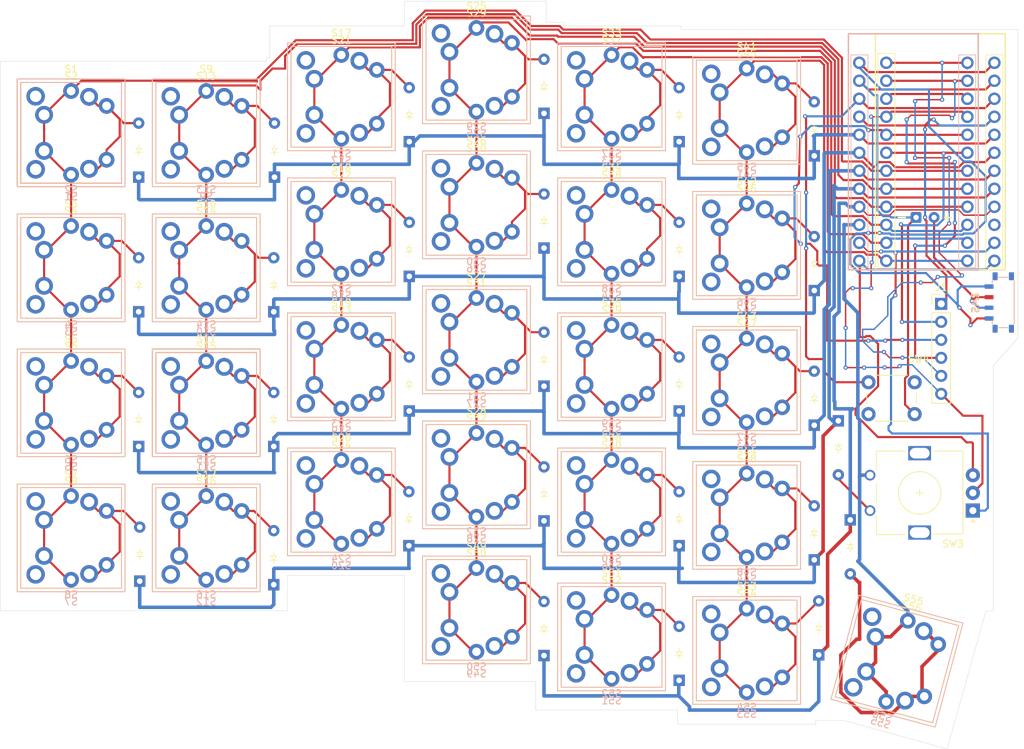
<source format=kicad_pcb>
(kicad_pcb (version 20240108) (generator "pcbnew") (generator_version "8.0")
  (layers (0 "F.Cu" signal) (31 "B.Cu" signal) (34 "B.Paste" user) (35 "F.Paste" user) (36 "B.SilkS" user "B.Silkscreen") (37 "F.SilkS" user "F.Silkscreen") (38 "B.Mask" user) (39 "F.Mask" user) (44 "Edge.Cuts" user))
  (net 0 "")
  (net 1 "Net-(D1-A)")
  (net 2 "battery -")
  (net 3 "Net-(BT1-+)")
  (net 4 "Row 1")
  (net 5 "Row 2")
  (net 6 "Net-(D2-A)")
  (net 7 "Net-(D3-A)")
  (net 8 "Row 3")
  (net 9 "Net-(D4-A)")
  (net 10 "Row 4")
  (net 11 "Net-(D5-A)")
  (net 12 "Net-(D6-A)")
  (net 13 "Net-(D7-A)")
  (net 14 "Net-(D8-A)")
  (net 15 "Net-(D9-A)")
  (net 16 "Net-(D10-A)")
  (net 17 "Net-(D11-A)")
  (net 18 "Net-(D12-A)")
  (net 19 "Net-(D13-A)")
  (net 20 "Net-(D14-A)")
  (net 21 "Net-(D15-A)")
  (net 22 "Net-(D16-A)")
  (net 23 "Net-(D17-A)")
  (net 24 "Net-(D18-A)")
  (net 25 "Net-(D19-A)")
  (net 26 "Net-(D20-A)")
  (net 27 "Net-(D21-A)")
  (net 28 "Net-(D22-A)")
  (net 29 "Net-(D23-A)")
  (net 30 "Net-(D24-A)")
  (net 31 "Net-(D25-A)")
  (net 32 "Row 5")
  (net 33 "Net-(D26-A)")
  (net 34 "Net-(D27-A)")
  (net 35 "Column 1")
  (net 36 "Column 2")
  (net 37 "Column 3")
  (net 38 "Column 4")
  (net 39 "Column 5")
  (net 40 "Column 6")
  (net 41 "battery +")
  (net 42 "Net-(U1-RST)")
  (net 43 "ss_l")
  (net 44 "GND")
  (net 45 "sc_l")
  (net 46 "miso_l")
  (net 47 "mosi_l")
  (net 48 "+5V")
  (net 49 "Net-(D28-A)")
  (net 50 "Net-(D29-A)")
  (net 51 "Column 7")
  (net 52 "Rotary A")
  (net 53 "Rotary B")
  (footprint "ScottoKeebs_MX:MX_PCB_1.00u" (layer "F.Cu") (at 173.25 57.9)
    (property "Reference" "S45")
    (property "Value" "Keyswitch")
  )
  (footprint "ScottoKeebs_MX:MX_PCB_1.00u" (layer "F.Cu") (at 154.2 55.995)
    (property "Reference" "S37")
    (property "Value" "Keyswitch")
  )
  (footprint "ScottoKeebs_MX:MX_PCB_1.00u" (layer "F.Cu") (at 78 80.125)
    (property "Reference" "S4")
    (property "Value" "Keyswitch")
  )
  (footprint "ScottoKeebs_Components:Diode_DO-35" (layer "F.Cu") (at 87.525 105.325 90)
    (property "Reference" "D3" (hide yes))
    (property "Value" "Diode" (hide yes))
  )
  (footprint "ScottoKeebs_Choc:Choc_V1V2" (layer "F.Cu") (at 173.25 57.9)
    (property "Reference" "S41")
    (property "Value" "Keyswitch")
  )
  (footprint "ScottoKeebs_Choc:Choc_V1V2" (layer "F.Cu") (at 135.15 52.185)
    (property "Reference" "S25")
    (property "Value" "Keyswitch")
  )
  (footprint "ScottoKeebs_Components:Diode_DO-35" (layer "F.Cu") (at 106.575 124.825 90)
    (property "Reference" "D8" (hide yes))
    (property "Value" "Diode" (hide yes))
  )
  (footprint "ScottoKeebs_MX:MX_PCB_1.00u" (layer "F.Cu") (at 154.2 113.145)
    (property "Reference" "S40")
    (property "Value" "Keyswitch")
  )
  (footprint "ScottoKeebs_MX:MX_PCB_1.00u" (layer "F.Cu") (at 173.25 96)
    (property "Reference" "S47")
    (property "Value" "Keyswitch")
  )
  (footprint "ScottoKeebs_Components:Diode_DO-35" (layer "F.Cu") (at 182.774999 102.325 90)
    (property "Reference" "D23" (hide yes))
    (property "Value" "Diode" (hide yes))
  )
  (footprint "ScottoKeebs_MX:MX_PCB_1.00u" (layer "F.Cu") (at 135.15 109.335)
    (property "Reference" "S32")
    (property "Value" "Keyswitch")
  )
  (footprint "ScottoKeebs_MX:MX_PCB_1.00u" (layer "F.Cu") (at 78 99.175)
    (property "Reference" "S6")
    (property "Value" "Keyswitch")
  )
  (footprint "ScottoKeebs_MX:MX_PCB_1.00u" (layer "F.Cu") (at 116.1 55.995)
    (property "Reference" "S21")
    (property "Value" "Keyswitch")
  )
  (footprint "ScottoKeebs_Choc:Choc_V1V2" (layer "F.Cu") (at 173.25 115.05)
    (property "Reference" "S44")
    (property "Value" "Keyswitch")
  )
  (footprint "ScottoKeebs_Components:Diode_DO-35" (layer "F.Cu") (at 125.675 81.325 90)
    (property "Reference" "D10" (hide yes))
    (property "Value" "Diode" (hide yes))
  )
  (footprint "ScottoKeebs_MCU:Nice_Nano_V2" (layer "F.Cu") (at 200.555 64.885)
    (property "Reference" "U1" (hide yes))
    (property "Value" "Nice_Nano_V2" (hide yes))
  )
  (footprint "ScottoKeebs_Choc:Choc_V1V2" (layer "F.Cu") (at 78 80.125)
    (property "Reference" "S3")
    (property "Value" "Keyswitch")
  )
  (footprint "ScottoKeebs_Choc:Choc_V1V2" (layer "F.Cu") (at 78 118.225)
    (property "Reference" "S7")
    (property "Value" "Keyswitch")
  )
  (footprint "ScottoKeebs_MX:MX_PCB_1.00u" (layer "F.Cu") (at 135.15 90.285)
    (property "Reference" "S31")
    (property "Value" "Keyswitch")
  )
  (footprint "ScottoKeebs_Choc:Choc_V1V2" (layer "F.Cu") (at 116.1 75.045)
    (property "Reference" "S18")
    (property "Value" "Keyswitch")
  )
  (footprint "Connector_PinHeader_2.54mm:PinHeader_1x06_P2.54mm_Vertical" (layer "F.Cu") (at 200.675 85.205)
    (property "Reference" "J1")
    (property "Value" "trackball")
  )
  (footprint "ScottoKeebs_MX:MX_PCB_1.00u" (layer "F.Cu") (at 97.05 61.075)
    (property "Reference" "S13")
    (property "Value" "Keyswitch")
  )
  (footprint "Button_Switch_THT:SW_PUSH_6mm" (layer "F.Cu") (at 190.425 96.265)
    (property "Reference" "SW4")
    (property "Value" "SW_Push")
  )
  (footprint "ScottoKeebs_Choc:Choc_V1V2" (layer "F.Cu") (at 97.05 80.125)
    (property "Reference" "S10")
    (property "Value" "Keyswitch")
  )
  (footprint "ScottoKeebs_Choc:Choc_V1V2" (layer "F.Cu") (at 154.2 94.095)
    (property "Reference" "S35")
    (property "Value" "Keyswitch")
  )
  (footprint "ScottoKeebs_Components:Diode_DO-35" (layer "F.Cu") (at 87.524997 67.325 90)
    (property "Reference" "D1" (hide yes))
    (property "Value" "Diode" (hide yes))
  )
  (footprint "ScottoKeebs_Scotto:Battery" (layer "F.Cu") (at 198.405 73.015 180)
    (property "Reference" "BT1" (hide yes))
    (property "Value" "Battery_Cell")
  )
  (footprint "ScottoKeebs_Components:Diode_DO-35" (layer "F.Cu") (at 144.675 58.325 90)
    (property "Reference" "D13" (hide yes))
    (property "Value" "Diode" (hide yes))
  )
  (footprint "ScottoKeebs_MX:MX_PCB_1.00u" (layer "F.Cu") (at 116.1 94.095)
    (property "Reference" "S23")
    (property "Value" "Keyswitch")
  )
  (footprint "ScottoKeebs_Choc:Choc_V1V2" (layer "F.Cu") (at 135.15 71.235)
    (property "Reference" "S26")
    (property "Value" "Keyswitch")
  )
  (footprint "ScottoKeebs_MX:MX_PCB_1.00u" (layer "F.Cu") (at 135.15 52.185)
    (property "Reference" "S29")
    (property "Value" "Keyswitch")
  )
  (footprint "ScottoKeebs_Components:Diode_DO-35" (layer "F.Cu") (at 187.854999 115.684999 -90)
    (property "Reference" "D29" (hide yes))
    (property "Value" "Diode" (hide yes))
  )
  (footprint "ScottoKeebs_Components:Diode_DO-35" (layer "F.Cu") (at 144.675 134.825 90)
    (property "Reference" "D25" (hide yes))
    (property "Value" "Diode" (hide yes))
  )
  (footprint "ScottoKeebs_Choc:Choc_V1V2" (layer "F.Cu") (at 97.05 99.175)
    (property "Reference" "S11")
    (property "Value" "Keyswitch" (hide yes))
  )
  (footprint "ScottoKeebs_Choc:Choc_V1V2" (layer "F.Cu") (at 135.15 128.385)
    (property "Reference" "S49")
    (property "Value" "Keyswitch")
  )
  (footprint "ScottoKeebs_MX:MX_PCB_1.00u" (layer "F.Cu") (at 78 118.225)
    (property "Reference" "S8")
    (property "Value" "Keyswitch")
  )
  (footprint "ScottoKeebs_Components:Diode_DO-35" (layer "F.Cu") (at 182.774999 83.325 90)
    (property "Reference" "D22" (hide yes))
    (property "Value" "Diode" (hide yes))
  )
  (footprint "ScottoKeebs_Components:Diode_DO-35" (layer "F.Cu") (at 163.724999 100.325 90)
    (property "Reference" "D19" (hide yes))
    (property "Value" "Diode" (hide yes))
  )
  (footprint "ScottoKeebs_Choc:Choc_V1V2" (layer "F.Cu") (at 116.1 55.995)
    (property "Reference" "S17")
    (property "Value" "Keyswitch")
  )
  (footprint "ScottoKeebs_Components:Switch_MSK12C02" (layer "F.Cu") (at 209.424997 85.015 -90)
    (property "Reference" "SW1")
    (property "Value" "Switch")
  )
  (footprint "ScottoKeebs_MX:MX_PCB_1.00u" (layer "F.Cu") (at 194.440697 135.619809 -15)
    (property "Reference" "S56")
    (property "Value" "Keyswitch")
  )
  (footprint "ScottoKeebs_MX:MX_PCB_1.00u" (layer "F.Cu") (at 135.15 128.385)
    (property "Reference" "S50")
    (property "Value" "Keyswitch")
  )
  (footprint "ScottoKeebs_Components:Diode_DO-35" (layer "F.Cu") (at 106.575 86.325 90)
    (property "Reference" "D6" (hide yes))
    (property "Value" "Diode" (hide yes))
  )
  (footprint "ScottoKeebs_Choc:Choc_V1V2" (layer "F.Cu") (at 154.2 132.195)
    (property "Reference" "S51")
    (property "Value" "Keyswitch")
  )
  (footprint "ScottoKeebs_Components:Diode_DO-35" (layer "F.Cu") (at 125.625 119.325 90)
    (property "Reference" "D12" (hide yes))
    (property "Value" "Diode" (hide yes))
  )
  (footprint "ScottoKeebs_Components:Diode_DO-35" (layer "F.Cu") (at 106.575 105.325 90)
    (property "Reference" "D7" (hide yes))
    (property "Value" "Diode" (hide yes))
  )
  (footprint "ScottoKeebs_Components:Diode_DO-35" (layer "F.Cu") (at 186.175 101.705 -90)
    (property "Reference" "D28" (hide yes))
    (property "Value" "Diode" (hide yes))
  )
  (footprint "ScottoKeebs_Components:Diode_DO-35" (layer "F.Cu") (at 163.724999 138.325 90)
    (property "Reference" "D26" (hide yes))
    (property "Value" "Diode" (hide yes))
  )
  (footprint "ScottoKeebs_Choc:Choc_V1V2" (layer "F.Cu") (at 194.440697 135.619809 -15)
    (property "Reference" "S55")
    (property "Value" "Keyswitch")
  )
  (footprint "ScottoKeebs_Choc:Choc_V1V2" (layer "F.Cu") (at 97.05 99.175)
    (property "Reference" "S11")
    (property "Value" "Keyswitch" (hide yes))
  )
  (footprint "ScottoKeebs_Choc:Choc_V1V2" (layer "F.Cu") (at 97.05 61.075)
    (property "Reference" "S9")
    (property "Value" "Keyswitch")
  )
  (footprint "ScottoKeebs_MX:MX_PCB_1.00u" (layer "F.Cu") (at 173.25 134.1)
    (property "Reference" "S54")
    (property "Value" "Keyswitch")
  )
  (footprint "ScottoKeebs_MX:MX_PCB_1.00u" (layer "F.Cu") (at 97.05 118.225)
    (property "Reference" "S16")
    (property "Value" "Keyswitch")
  )
  (footprint "ScottoKeebs_MX:MX_PCB_1.00u" (layer "F.Cu") (at 78 61.075)
    (property "Reference" "S2")
    (property "Value" "Keyswitch")
  )
  (footprint "ScottoKeebs_MX:MX_PCB_1.00u" (layer "F.Cu") (at 154.2 75.045)
    (property "Reference" "S38")
    (property "Value" "Keyswitch")
  )
  (footprint "ScottoKeebs_Choc:Choc_V1V2" (layer "F.Cu") (at 154.2 75.045)
    (property "Reference" "S34")
    (property "Value" "Keyswitch")
  )
  (footprint "ScottoKeebs_Choc:Choc_V1V2" (layer "F.Cu") (at 173.25 134.1)
    (property "Reference" "S53")
    (property "Value" "Keyswitch")
  )
  (footprint "ScottoKeebs_MX:MX_PCB_1.00u" (layer "F.Cu") (at 173.25 115.05)
    (property "Reference" "S48")
    (property "Value" "Keyswitch")
  )
  (footprint "ScottoKeebs_Choc:Choc_V1V2" (layer "F.Cu") (at 78 61.075)
    (property "Reference" "S1")
    (property "Value" "Keyswitch")
  )
  (footprint "ScottoKeebs_MX:MX_PCB_1.00u" (layer "F.Cu") (at 97.05 80.125)
    (property "Reference" "S14")
    (property "Value" "Keyswitch")
  )
  (footprint "ScottoKeebs_MX:MX_PCB_1.00u" (layer "F.Cu") (at 116.1 75.045)
    (property "Reference" "S22")
    (property "Value" "Keyswitch")
  )
  (footprint "ScottoKeebs_Choc:Choc_V1V2" (layer "F.Cu") (at 135.15 90.285)
    (property "Reference" "S27")
    (property "Value" "Keyswitch")
  )
  (footprint "ScottoKeebs_MX:MX_PCB_1.00u" (layer "F.Cu") (at 116.1 113.145)
    (property "Reference" "S24")
    (property "Value" "Keyswitch")
  )
  (footprint "ScottoKeebs_Components:Diode_DO-35" (layer "F.Cu") (at 144.675 115.825 90)
    (property "Reference" "D16" (hide yes))
    (property "Value" "Diode" (hide yes))
  )
  (footprint "ScottoKeebs_Components:Diode_DO-35" (layer "F.Cu") (at 106.675 67.325 90)
    (property "Reference" "D5" (hide yes))
    (property "Value" "Diode" (hide yes))
  )
  (footprint "ScottoKeebs_Components:Diode_DO-35" (layer "F.Cu") (at 163.724999 119.325 90)
    (property "Reference" "D20" (hide yes))
    (property "Value" "Diode" (hide yes))
  )
  (footprint "Rotary_Encoder:RotaryEncoder_Alps_EC11E_Vertical_H20mm" (layer "F.Cu") (at 205.139999 114.375001 180)
    (property "Reference" "SW3")
    (property "Value" "RotaryEncoder_Switch_MP")
  )
  (footprint "ScottoKeebs_MX:MX_PCB_1.00u" (layer "F.Cu") (at 135.15 71.235)
    (property "Reference" "S30")
    (property "Value" "Keyswitch")
  )
  (footprint "ScottoKeebs_Components:Diode_DO-35" (layer "F.Cu") (at 163.724999 81.325 90)
    (property "Reference" "D18" (hide yes))
    (property "Value" "Diode" (hide yes))
  )
  (footprint "ScottoKeebs_MX:MX_PCB_1.00u" (layer "F.Cu") (at 154.2 94.095)
    (property "Reference" "S39")
    (property "Value" "Keyswitch")
  )
  (footprint "ScottoKeebs_Components:Diode_DO-35" (layer "F.Cu") (at 144.675 77.325 90)
    (property "Reference" "D14" (hide yes))
    (property "Value" "Diode" (hide yes))
  )
  (footprint "ScottoKeebs_Components:Diode_DO-35" (layer "F.Cu") (at 87.675 124.325 90)
    (property "Reference" "D4" (hide yes))
    (property "Value" "Diode" (hide yes))
  )
  (footprint "ScottoKeebs_MX:MX_PCB_1.00u" (layer "F.Cu") (at 173.25 76.95)
    (property "Reference" "S46")
    (property "Value" "Keyswitch")
  )
  (footprint "ScottoKeebs_MX:MX_PCB_1.00u" (layer "F.Cu") (at 154.2 132.195)
    (property "Reference" "S52")
    (property "Value" "Keyswitch")
  )
  (footprint "ScottoKeebs_Choc:Choc_V1V2" (layer "F.Cu") (at 173.25 96)
    (property "Reference" "S43")
    (property "Value" "Keyswitch")
  )
  (footprint "ScottoKeebs_Choc:Choc_V1V2" (layer "F.Cu") (at 154.2 55.995)
    (property "Reference" "S33")
    (property "Value" "Keyswitch")
  )
  (footprint "ScottoKeebs_Choc:Choc_V1V2" (layer "F.Cu") (at 78 61.075)
    (property "Reference" "S1")
    (property "Value" "Keyswitch")
  )
  (footprint "ScottoKeebs_Choc:Choc_V1V2" (layer "F.Cu") (at 135.15 109.335)
    (property "Reference" "S28")
    (property "Value" "Keyswitch")
  )
  (footprint "ScottoKeebs_Components:Diode_DO-35" (layer "F.Cu") (at 87.525001 86.325 90)
    (property "Reference" "D2" (hide yes))
    (property "Value" "Diode" (hide yes))
  )
  (footprint "ScottoKeebs_Components:Diode_DO-35" (layer "F.Cu") (at 125.675 100.325 90)
    (property "Reference" "D11" (hide yes))
    (property "Value" "Diode" (hide yes))
  )
  (footprint "ScottoKeebs_Choc:Choc_V1V2" (layer "F.Cu") (at 173.25 76.95)
    (property "Reference" "S42")
    (property "Value" "Keyswitch")
  )
  (footprint "ScottoKeebs_Choc:Choc_V1V2" (layer "F.Cu") (at 78 99.175)
    (property "Reference" "S5")
    (property "Value" "Keyswitch")
  )
  (footprint "ScottoKeebs_Components:Diode_DO-35" (layer "F.Cu") (at 163.724999 62.325 90)
    (property "Reference" "D17" (hide yes))
    (property "Value" "Diode" (hide yes))
  )
  (footprint "ScottoKeebs_Choc:Choc_V1V2" (layer "F.Cu") (at 116.1 94.095)
    (property "Reference" "S19")
    (property "Value" "Keyswitch")
  )
  (footprint "ScottoKeebs_Choc:Choc_V1V2" (layer "F.Cu") (at 97.05 118.225)
    (property "Reference" "S12")
    (property "Value" "Keyswitch")
  )
  (footprint "ScottoKeebs_Components:Diode_DO-35" (layer "F.Cu") (at 182.774999 121.325 90)
    (property "Reference" "D24" (hide yes))
    (property "Value" "Diode" (hide yes))
  )
  (footprint "ScottoKeebs_Components:Diode_DO-35" (layer "F.Cu") (at 182.774999 64.325 90)
    (property "Reference" "D21" (hide yes))
    (property "Value" "Diode" (hide yes))
  )
  (footprint "ScottoKeebs_MX:MX_PCB_1.00u" (layer "F.Cu") (at 78 61.075)
    (property "Reference" "S2")
    (property "Value" "Keyswitch")
  )
  (footprint "ScottoKeebs_Components:Diode_DO-35" (layer "F.Cu") (at 125.675 62.325 90)
    (property "Reference" "D9" (hide yes))
    (property "Value" "Diode" (hide yes))
  )
  (footprint "ScottoKeebs_Choc:Choc_V1V2" (layer "F.Cu") (at 116.1 113.145)
    (property "Reference" "S20")
    (property "Value" "Keyswitch")
  )
  (footprint "ScottoKeebs_MX:MX_PCB_1.00u" (layer "F.Cu") (at 97.05 99.175)
    (property "Reference" "S15")
    (property "Value" "Keyswitch" (hide yes))
  )
  (footprint "ScottoKeebs_Choc:Choc_V1V2" (layer "F.Cu") (at 154.2 113.145)
    (property "Reference" "S36")
    (property "Value" "Keyswitch")
  )
  (footprint "ScottoKeebs_MX:MX_PCB_1.00u" (layer "F.Cu") (at 97.05 99.175)
    (property "Reference" "S15")
    (property "Value" "Keyswitch" (hide yes))
  )
  (footprint "ScottoKeebs_Components:Diode_DO-35" (layer "F.Cu") (at 183.409999 134.735 90)
    (property "Reference" "D27" (hide yes))
    (property "Value" "Diode" (hide yes))
  )
  (footprint "ScottoKeebs_Components:Diode_DO-35" (layer "F.Cu") (at 144.675001 96.825 90)
    (property "Reference" "D15" (hide yes))
    (property "Value" "Diode" (hide yes))
  )
  (footprint "ScottoKeebs_Choc:Choc_V1V2" (layer "B.Cu") (at 154.2 94.095)
    (property "Reference" "S35")
    (property "Value" "Keyswitch")
  )
  (footprint "ScottoKeebs_Choc:Choc_V1V2" (layer "B.Cu") (at 154.2 113.145)
    (property "Reference" "S36")
    (property "Value" "Keyswitch")
  )
  (footprint "ScottoKeebs_Choc:Choc_V1V2" (layer "B.Cu") (at 78 99.175)
    (property "Reference" "S5")
    (property "Value" "Keyswitch")
  )
  (footprint "ScottoKeebs_Choc:Choc_V1V2" (layer "B.Cu") (at 78 80.125)
    (property "Reference" "S3")
    (property "Value" "Keyswitch")
  )
  (footprint "ScottoKeebs_Choc:Choc_V1V2" (layer "B.Cu") (at 135.15 109.335)
    (property "Reference" "S28")
    (property "Value" "Keyswitch")
  )
  (footprint "ScottoKeebs_MX:MX_PCB_1.00u" (layer "B.Cu") (at 173.25 96)
    (property "Reference" "S47")
    (property "Value" "Keyswitch")
  )
  (footprint "ScottoKeebs_Choc:Choc_V1V2" (layer "B.Cu") (at 173.25 96)
    (property "Reference" "S43")
    (property "Value" "Keyswitch")
  )
  (footprint "ScottoKeebs_MX:MX_PCB_1.00u" (layer "B.Cu") (at 154.2 113.145)
    (property "Reference" "S40")
    (property "Value" "Keyswitch")
  )
  (footprint "ScottoKeebs_Choc:Choc_V1V2" (layer "B.Cu") (at 173.25 57.9)
    (property "Reference" "S41")
    (property "Value" "Keyswitch")
  )
  (footprint "ScottoKeebs_MX:MX_PCB_1.00u" (layer "B.Cu") (at 154.2 55.995)
    (property "Reference" "S37")
    (property "Value" "Keyswitch")
  )
  (footprint "ScottoKeebs_Choc:Choc_V1V2" (layer "B.Cu") (at 154.2 75.045)
    (property "Reference" "S34")
    (property "Value" "Keyswitch")
  )
  (footprint "ScottoKeebs_Choc:Choc_V1V2" (layer "B.Cu") (at 173.25 76.95)
    (property "Reference" "S42")
    (property "Value" "Keyswitch")
  )
  (footprint "ScottoKeebs_MX:MX_PCB_1.00u" (layer "B.Cu") (at 154.2 132.195)
    (property "Reference" "S52")
    (property "Value" "Keyswitch")
  )
  (footprint "ScottoKeebs_MX:MX_PCB_1.00u" (layer "B.Cu") (at 78 118.225)
    (property "Reference" "S8")
    (property "Value" "Keyswitch")
  )
  (footprint "ScottoKeebs_MX:MX_PCB_1.00u" (layer "B.Cu") (at 78 61.075)
    (property "Reference" "S2")
    (property "Value" "Keyswitch")
  )
  (footprint "ScottoKeebs_MX:MX_PCB_1.00u" (layer "B.Cu") (at 78 99.175)
    (property "Reference" "S6")
    (property "Value" "Keyswitch")
  )
  (footprint "ScottoKeebs_Choc:Choc_V1V2" (layer "B.Cu") (at 97.05 61.075)
    (property "Reference" "S9")
    (property "Value" "Keyswitch")
  )
  (footprint "ScottoKeebs_MX:MX_PCB_1.00u" (layer "B.Cu") (at 135.15 128.385)
    (property "Reference" "S50")
    (property "Value" "Keyswitch")
  )
  (footprint "ScottoKeebs_Choc:Choc_V1V2" (layer "B.Cu") (at 97.05 80.125)
    (property "Reference" "S10")
    (property "Value" "Keyswitch")
  )
  (footprint "ScottoKeebs_Choc:Choc_V1V2" (layer "B.Cu") (at 97.05 118.225)
    (property "Reference" "S12")
    (property "Value" "Keyswitch")
  )
  (footprint "ScottoKeebs_MX:MX_PCB_1.00u" (layer "B.Cu") (at 116.1 113.145)
    (property "Reference" "S24")
    (property "Value" "Keyswitch")
  )
  (footprint "ScottoKeebs_Choc:Choc_V1V2" (layer "B.Cu") (at 135.15 71.235)
    (property "Reference" "S26")
    (property "Value" "Keyswitch")
  )
  (footprint "ScottoKeebs_MX:MX_PCB_1.00u" (layer "B.Cu") (at 154.2 94.095)
    (property "Reference" "S39")
    (property "Value" "Keyswitch")
  )
  (footprint "ScottoKeebs_MX:MX_PCB_1.00u" (layer "B.Cu") (at 194.440697 135.619809 -15)
    (property "Reference" "S56")
    (property "Value" "Keyswitch")
  )
  (footprint "ScottoKeebs_Choc:Choc_V1V2" (layer "B.Cu") (at 173.25 115.05)
    (property "Reference" "S44")
    (property "Value" "Keyswitch")
  )
  (footprint "ScottoKeebs_Choc:Choc_V1V2" (layer "B.Cu") (at 78 61.075)
    (property "Reference" "S1")
    (property "Value" "Keyswitch")
  )
  (footprint "ScottoKeebs_MX:MX_PCB_1.00u" (layer "B.Cu") (at 78 80.125)
    (property "Reference" "S4")
    (property "Value" "Keyswitch")
  )
  (footprint "ScottoKeebs_MX:MX_PCB_1.00u" (layer "B.Cu") (at 135.15 71.235)
    (property "Reference" "S30")
    (property "Value" "Keyswitch")
  )
  (footprint "ScottoKeebs_MX:MX_PCB_1.00u" (layer "B.Cu") (at 97.05 118.225)
    (property "Reference" "S16")
    (property "Value" "Keyswitch")
  )
  (footprint "ScottoKeebs_Choc:Choc_V1V2" (layer "B.Cu") (at 194.440697 135.619809 -15)
    (property "Reference" "S55")
    (property "Value" "Keyswitch")
  )
  (footprint "ScottoKeebs_MX:MX_PCB_1.00u" (layer "B.Cu") (at 135.15 52.185)
    (property "Reference" "S29")
    (property "Value" "Keyswitch")
  )
  (footprint "ScottoKeebs_MX:MX_PCB_1.00u" (layer "B.Cu") (at 173.25 76.95)
    (property "Reference" "S46")
    (property "Value" "Keyswitch")
  )
  (footprint "ScottoKeebs_Choc:Choc_V1V2" (layer "B.Cu") (at 116.1 75.045)
    (property "Reference" "S18")
    (property "Value" "Keyswitch")
  )
  (footprint "ScottoKeebs_Choc:Choc_V1V2" (layer "B.Cu") (at 116.1 55.995)
    (property "Reference" "S17")
    (property "Value" "Keyswitch")
  )
  (footprint "ScottoKeebs_MX:MX_PCB_1.00u" (layer "B.Cu") (at 154.2 75.045)
    (property "Reference" "S38")
    (property "Value" "Keyswitch")
  )
  (footprint "ScottoKeebs_MX:MX_PCB_1.00u" (layer "B.Cu") (at 97.05 99.175)
    (property "Reference" "S15")
    (property "Value" "Keyswitch" (hide yes))
  )
  (footprint "ScottoKeebs_MCU:Nice_Nano_V2" (layer "B.Cu") (at 196.745 64.885 180)
    (property "Reference" "U1" (hide yes))
    (property "Value" "Nice_Nano_V2" (hide yes))
  )
  (footprint "ScottoKeebs_Choc:Choc_V1V2" (layer "B.Cu") (at 135.15 52.185)
    (property "Reference" "S25")
    (property "Value" "Keyswitch")
  )
  (footprint "ScottoKeebs_MX:MX_PCB_1.00u" (layer "B.Cu") (at 116.1 75.045)
    (property "Reference" "S22")
    (property "Value" "Keyswitch")
  )
  (footprint "ScottoKeebs_MX:MX_PCB_1.00u" (layer "B.Cu") (at 173.25 115.05)
    (property "Reference" "S48")
    (property "Value" "Keyswitch")
  )
  (footprint "ScottoKeebs_MX:MX_PCB_1.00u" (layer "B.Cu") (at 97.05 99.175)
    (property "Reference" "S15")
    (property "Value" "Keyswitch" (hide yes))
  )
  (footprint "ScottoKeebs_MX:MX_PCB_1.00u" (layer "B.Cu") (at 116.1 55.995)
    (property "Reference" "S21")
    (property "Value" "Keyswitch")
  )
  (footprint "ScottoKeebs_MX:MX_PCB_1.00u" (layer "B.Cu") (at 173.25 57.9)
    (property "Reference" "S45")
    (property "Value" "Keyswitch")
  )
  (footprint "ScottoKeebs_Choc:Choc_V1V2" (layer "B.Cu") (at 154.2 132.195)
    (property "Reference" "S51")
    (property "Value" "Keyswitch")
  )
  (footprint "ScottoKeebs_Choc:Choc_V1V2" (layer "B.Cu") (at 97.05 99.175)
    (property "Reference" "S11")
    (property "Value" "Keyswitch" (hide yes))
  )
  (footprint "ScottoKeebs_Components:Switch_MSK12C02" (layer "B.Cu") (at 209.424997 85 90)
    (property "Reference" "SW1")
    (property "Value" "Switch")
  )
  (footprint "ScottoKeebs_Choc:Choc_V1V2" (layer "B.Cu") (at 135.15 128.385)
    (property "Reference" "S49")
    (property "Value" "Keyswitch")
  )
  (footprint "ScottoKeebs_Choc:Choc_V1V2" (layer "B.Cu") (at 154.2 55.995)
    (property "Reference" "S33")
    (property "Value" "Keyswitch")
  )
  (footprint "ScottoKeebs_MX:MX_PCB_1.00u" (layer "B.Cu") (at 78 61.075)
    (property "Reference" "S2")
    (property "Value" "Keyswitch")
  )
  (footprint "ScottoKeebs_MX:MX_PCB_1.00u" (layer "B.Cu") (at 97.05 80.125)
    (property "Reference" "S14")
    (property "Value" "Keyswitch")
  )
  (footprint "ScottoKeebs_MX:MX_PCB_1.00u" (layer "B.Cu") (at 173.25 134.1)
    (property "Reference" "S54")
    (property "Value" "Keyswitch")
  )
  (footprint "ScottoKeebs_Choc:Choc_V1V2" (layer "B.Cu") (at 78 61.075)
    (property "Reference" "S1")
    (property "Value" "Keyswitch")
  )
  (footprint "ScottoKeebs_Choc:Choc_V1V2" (layer "B.Cu") (at 135.15 90.285)
    (property "Reference" "S27")
    (property "Value" "Keyswitch")
  )
  (footprint "ScottoKeebs_MX:MX_PCB_1.00u" (layer "B.Cu") (at 116.1 94.095)
    (property "Reference" "S23")
    (property "Value" "Keyswitch")
  )
  (footprint "ScottoKeebs_Choc:Choc_V1V2" (layer "B.Cu") (at 173.25 134.1)
    (property "Reference" "S53")
    (property "Value" "Keyswitch")
  )
  (footprint "ScottoKeebs_MX:MX_PCB_1.00u" (layer "B.Cu") (at 97.05 61.075)
    (property "Reference" "S13")
    (property "Value" "Keyswitch")
  )
  (footprint "ScottoKeebs_Choc:Choc_V1V2" (layer "B.Cu") (at 97.05 99.175)
    (property "Reference" "S11")
    (property "Value" "Keyswitch" (hide yes))
  )
  (footprint "ScottoKeebs_Choc:Choc_V1V2" (layer "B.Cu") (at 78 118.225)
    (property "Reference" "S7")
    (property "Value" "Keyswitch")
  )
  (footprint "ScottoKeebs_MX:MX_PCB_1.00u" (layer "B.Cu") (at 135.15 90.285)
    (property "Reference" "S31")
    (property "Value" "Keyswitch")
  )
  (footprint "ScottoKeebs_Choc:Choc_V1V2" (layer "B.Cu") (at 116.1 113.145)
    (property "Reference" "S20")
    (property "Value" "Keyswitch")
  )
  (footprint "ScottoKeebs_Choc:Choc_V1V2" (layer "B.Cu") (at 116.1 94.095)
    (property "Reference" "S19")
    (property "Value" "Keyswitch")
  )
  (footprint "ScottoKeebs_MX:MX_PCB_1.00u" (layer "B.Cu") (at 135.15 109.335)
    (property "Reference" "S32")
    (property "Value" "Keyswitch")
  )
  (gr_poly (pts (xy 183 144) (xy 187 144) (xy 201.5 148) (xy 207 128.5) (xy 208 128.5) (xy 208 94) (xy 211.5 90) (xy 211.5 46.5) (xy 164 46.5) (xy 164 46) (xy 147.5 46) (xy 147.5 45.5) (xy 145 45.5) (xy 145 42.5) (xy 125 42.5) (xy 125 46) (xy 106 46) (xy 106 50.5) (xy 105.5 50.5) (xy 105.5 51) (xy 68 51) (xy 68 128.5) (xy 108.5 128.5) (xy 108.5 123.5) (xy 125 123.5) (xy 125 138.5) (xy 143.5 138.5) (xy 143.5 142.5) (xy 163.5 142.5) (xy 163.5 144.5) (xy 183 144.5)) (stroke (width 0.05)) (fill none) (layer "Edge.Cuts"))
  (segment (start 83 57.275) (end 85.429998 59.704998) (width 0.3) (layer "F.Cu") (net 1))
  (segment (start 80.540002 66.155002) (end 81.719994 66.155002) (width 0.3) (layer "F.Cu") (net 1))
  (segment (start 84.85 59.125) (end 83 57.275) (width 0.3) (layer "F.Cu") (net 1))
  (segment (start 85.429998 59.704998) (end 87.524998 59.704998) (width 0.3) (layer "F.Cu") (net 1))
  (segment (start 84.85 61.634188) (end 84.85 59.125) (width 0.3) (layer "F.Cu") (net 1))
  (segment (start 81.719994 66.155002) (end 83.000001 64.874995) (width 0.3) (layer "F.Cu") (net 1))
  (segment (start 81.82 57.275) (end 80.54 55.995) (width 0.3) (layer "F.Cu") (net 1))
  (segment (start 83.000001 64.874995) (end 83.000001 63.484187) (width 0.3) (layer "F.Cu") (net 1))
  (segment (start 83 57.275) (end 81.82 57.275) (width 0.3) (layer "F.Cu") (net 1))
  (segment (start 83.000001 63.484187) (end 84.85 61.634188) (width 0.3) (layer "F.Cu") (net 1))
  (segment (start 196 74.15) (end 197.135 73.015) (width 0.3) (layer "F.Cu") (net 2))
  (segment (start 206.9487 54.9613) (end 208.175 53.735) (width 0.3) (layer "F.Cu") (net 2))
  (segment (start 195.575 99.415) (end 195.575 95.705811) (width 0.3) (layer "F.Cu") (net 2))
  (segment (start 189.125 53.735) (end 190.3513 54.9613) (width 0.3) (layer "F.Cu") (net 2))
  (segment (start 196.925 100.765) (end 195.575 99.415) (width 0.3) (layer "F.Cu") (net 2))
  (segment (start 196 95.280811) (end 196 74.15) (width 0.3) (layer "F.Cu") (net 2))
  (segment (start 190.3513 54.9613) (end 206.9487 54.9613) (width 0.3) (layer "F.Cu") (net 2))
  (segment (start 195.575 95.705811) (end 196 95.280811) (width 0.3) (layer "F.Cu") (net 2))
  (segment (start 192.4887 72.8287) (end 191.7087 72.0487) (width 0.3) (layer "B.Cu") (net 2))
  (segment (start 193.442951 72.8287) (end 192.4887 72.8287) (width 0.3) (layer "B.Cu") (net 2))
  (segment (start 191.7087 72.0487) (end 191.7087 55.767049) (width 0.3) (layer "B.Cu") (net 2))
  (segment (start 191.157049 55.767049) (end 189.125 53.735) (width 0.3) (layer "B.Cu") (net 2))
  (segment (start 197.135 73.015) (end 193.629251 73.015) (width 0.3) (layer "B.Cu") (net 2))
  (segment (start 193.629251 73.015) (end 193.442951 72.8287) (width 0.3) (layer "B.Cu") (net 2))
  (segment (start 191.7087 55.767049) (end 191.157049 55.767049) (width 0.3) (layer "B.Cu") (net 2))
  (segment (start 199.675 78.675) (end 199.675 73.015) (width 0.3) (layer "F.Cu") (net 3))
  (segment (start 205 84.8) (end 205.535 84.265) (width 0.3) (layer "F.Cu") (net 3))
  (segment (start 205 84) (end 199.675 78.675) (width 0.3) (layer "F.Cu") (net 3))
  (segment (start 205.535 84.265) (end 207.424995 84.265) (width 0.3) (layer "F.Cu") (net 3))
  (segment (start 205 84.8) (end 205 84) (width 0.3) (layer "F.Cu") (net 3))
  (via (at 205 84.8) (size 0.6) (drill 0.3) (layers "F.Cu" "B.Cu") (net 3))
  (segment (start 205 84.8) (end 205.950003 85.750003) (width 0.3) (layer "B.Cu") (net 3))
  (segment (start 205.950003 85.750003) (end 207.424991 85.750003) (width 0.3) (layer "B.Cu") (net 3))
  (segment (start 190.3513 62.5813) (end 206.9487 62.5813) (width 0.3) (layer "F.Cu") (net 4))
  (segment (start 206.9487 62.5813) (end 208.175 61.355) (width 0.3) (layer "F.Cu") (net 4))
  (segment (start 189.125 61.355) (end 190.3513 62.5813) (width 0.3) (layer "F.Cu") (net 4))
  (segment (start 144.675 61.515) (end 144.675 65.515) (width 0.5) (layer "B.Cu") (net 4))
  (segment (start 87.675 70.515) (end 106.675 70.515) (width 0.5) (layer "B.Cu") (net 4))
  (segment (start 163.675 67.515) (end 182.675 67.515) (width 0.5) (layer "B.Cu") (net 4))
  (segment (start 182.774999 64.325) (end 182.774999 61.614999) (width 0.5) (layer "B.Cu") (net 4))
  (segment (start 87.524997 67.325) (end 87.524997 70.364997) (width 0.5) (layer "B.Cu") (net 4))
  (segment (start 182.675 61.515) (end 182.835 61.355) (width 0.5) (layer "B.Cu") (net 4))
  (segment (start 163.675 65.515) (end 163.675 67.515) (width 0.5) (layer "B.Cu") (net 4))
  (segment (start 126.365 62.325) (end 127.175 61.515) (width 0.5) (layer "B.Cu") (net 4))
  (segment (start 125.675 62.325) (end 126.365 62.325) (width 0.5) (layer "B.Cu") (net 4))
  (segment (start 163.724999 65.465001) (end 163.675 65.515) (width 0.5) (layer "B.Cu") (net 4))
  (segment (start 144.675 61.515) (end 144.675 58.325) (width 0.5) (layer "B.Cu") (net 4))
  (segment (start 182.774999 64.325) (end 182.774999 67.415001) (width 0.5) (layer "B.Cu") (net 4))
  (segment (start 125.675 65.515) (end 125.675 62.325) (width 0.5) (layer "B.Cu") (net 4))
  (segment (start 87.524997 70.364997) (end 87.675 70.515) (width 0.5) (layer "B.Cu") (net 4))
  (segment (start 163.724999 62.325) (end 163.724999 65.465001) (width 0.5) (layer "B.Cu") (net 4))
  (segment (start 127.175 61.515) (end 144.675 61.515) (width 0.5) (layer "B.Cu") (net 4))
  (segment (start 106.675 70.515) (end 106.675 67.325) (width 0.5) (layer "B.Cu") (net 4))
  (segment (start 182.835 61.355) (end 189.125 61.355) (width 0.5) (layer "B.Cu") (net 4))
  (segment (start 182.774999 61.614999) (end 182.675 61.515) (width 0.5) (layer "B.Cu") (net 4))
  (segment (start 144.675 65.515) (end 163.675 65.515) (width 0.5) (layer "B.Cu") (net 4))
  (segment (start 182.774999 67.415001) (end 182.675 67.515) (width 0.5) (layer "B.Cu") (net 4))
  (segment (start 106.675 65.515) (end 125.675 65.515) (width 0.5) (layer "B.Cu") (net 4))
  (segment (start 106.675 67.325) (end 106.675 65.515) (width 0.5) (layer "B.Cu") (net 4))
  (segment (start 191.8913 65.2087) (end 193.442951 65.2087) (width 0.3) (layer "F.Cu") (net 5))
  (segment (start 203.857049 65.2087) (end 206.8613 65.2087) (width 0.3) (layer "F.Cu") (net 5))
  (segment (start 193.442951 65.2087) (end 194.169251 65.935) (width 0.3) (layer "F.Cu") (net 5))
  (segment (start 206.8613 65.2087) (end 208.175 63.895) (width 0.3) (layer "F.Cu") (net 5))
  (segment (start 189.125 63.895) (end 191.165 65.935) (width 0.3) (layer "F.Cu") (net 5))
  (segment (start 203.130749 65.935) (end 203.857049 65.2087) (width 0.3) (layer "F.Cu") (net 5))
  (segment (start 194.169251 65.935) (end 203.130749 65.935) (width 0.3) (layer "F.Cu") (net 5))
  (segment (start 191.165 65.935) (end 191.8913 65.2087) (width 0.3) (layer "F.Cu") (net 5))
  (segment (start 184.175 64.015) (end 184.175 81.924999) (width 0.5) (layer "B.Cu") (net 5))
  (segment (start 125.675 81.325) (end 144.485 81.325) (width 0.5) (layer "B.Cu") (net 5))
  (segment (start 106.675 89.015) (end 106.575 88.915) (width 0.5) (layer "B.Cu") (net 5))
  (segment (start 163.675 84.515) (end 163.675 83.515) (width 0.5) (layer "B.Cu") (net 5))
  (segment (start 106.575 84.615) (end 106.675 84.515) (width 0.5) (layer "B.Cu") (net 5))
  (segment (start 189.125 63.895) (end 184.295 63.895) (width 0.5) (layer "B.Cu") (net 5))
  (segment (start 182.675 86.515) (end 182.774999 86.415001) (width 0.5) (layer "B.Cu") (net 5))
  (segment (start 106.575 86.325) (end 106.575 84.615) (width 0.5) (layer "B.Cu") (net 5))
  (segment (start 144.675 84.515) (end 163.675 84.515) (width 0.5) (layer "B.Cu") (net 5))
  (segment (start 184.295 63.895) (end 184.175 64.015) (width 0.5) (layer "B.Cu") (net 5))
  (segment (start 182.774999 86.415001) (end 182.774999 83.325) (width 0.5) (layer "B.Cu") (net 5))
  (segment (start 144.485 81.325) (end 144.675 81.515) (width 0.5) (layer "B.Cu") (net 5))
  (segment (start 163.675 84.515) (end 163.675 86.515) (width 0.5) (layer "B.Cu") (net 5))
  (segment (start 163.675 86.515) (end 182.675 86.515) (width 0.5) (layer "B.Cu") (net 5))
  (segment (start 106.675 89.515) (end 106.675 89.015) (width 0.5) (layer "B.Cu") (net 5))
  (segment (start 87.675 89.515) (end 106.675 89.515) (width 0.5) (layer "B.Cu") (net 5))
  (segment (start 163.675 83.515) (end 163.724999 83.465001) (width 0.5) (layer "B.Cu") (net 5))
  (segment (start 87.525001 89.365001) (end 87.675 89.515) (width 0.5) (layer "B.Cu") (net 5))
  (segment (start 87.525001 86.325) (end 87.525001 89.365001) (width 0.5) (layer "B.Cu") (net 5))
  (segment (start 144.675 81.515) (end 144.675 84.515) (width 0.5) (layer "B.Cu") (net 5))
  (segment (start 106.675 84.515) (end 125.675 84.515) (width 0.5) (layer "B.Cu") (net 5))
  (segment (start 184.175 81.924999) (end 182.774999 83.325) (width 0.5) (layer "B.Cu") (net 5))
  (segment (start 163.724999 83.465001) (end 163.724999 81.325) (width 0.5) (layer "B.Cu") (net 5))
  (segment (start 106.575 88.915) (end 106.575 86.325) (width 0.5) (layer "B.Cu") (net 5))
  (segment (start 144.675 77.325) (end 144.675 81.515) (width 0.5) (layer "B.Cu") (net 5))
  (segment (start 125.675 84.515) (end 125.675 81.325) (width 0.5) (layer "B.Cu") (net 5))
  (segment (start 80.540002 85.205002) (end 81.719994 85.205002) (width 0.3) (layer "F.Cu") (net 6))
  (segment (start 84.85 78.175) (end 83 76.325) (width 0.3) (layer "F.Cu") (net 6))
  (segment (start 85.145003 76.325) (end 87.525002 78.704999) (width 0.3) (layer "F.Cu") (net 6))
  (segment (start 83 76.325) (end 81.82 76.325) (width 0.3) (layer "F.Cu") (net 6))
  (segment (start 83.000001 83.189999) (end 84.85 81.34) (width 0.3) (layer "F.Cu") (net 6))
  (segment (start 84.85 81.34) (end 84.85 78.175) (width 0.3) (layer "F.Cu") (net 6))
  (segment (start 81.719994 85.205002) (end 83.000001 83.924995) (width 0.3) (layer "F.Cu") (net 6))
  (segment (start 83.000001 83.924995) (end 83.000001 83.189999) (width 0.3) (layer "F.Cu") (net 6))
  (segment (start 83 76.325) (end 85.145003 76.325) (width 0.3) (layer "F.Cu") (net 6))
  (segment (start 81.82 76.325) (end 80.54 75.045) (width 0.3) (layer "F.Cu") (net 6))
  (segment (start 80.540002 104.255002) (end 81.719994 104.255002) (width 0.3) (layer "F.Cu") (net 7))
  (segment (start 81.82 95.375) (end 80.54 94.095) (width 0.3) (layer "F.Cu") (net 7))
  (segment (start 84.85 97.225) (end 83 95.375) (width 0.3) (layer "F.Cu") (net 7))
  (segment (start 83 95.375) (end 85.195002 95.375) (width 0.3) (layer "F.Cu") (net 7))
  (segment (start 83.000001 102.974995) (end 84.85 101.124996) (width 0.3) (layer "F.Cu") (net 7))
  (segment (start 81.719994 104.255002) (end 83.000001 102.974995) (width 0.3) (layer "F.Cu") (net 7))
  (segment (start 84.85 101.124996) (end 84.85 97.225) (width 0.3) (layer "F.Cu") (net 7))
  (segment (start 83 95.375) (end 81.82 95.375) (width 0.3) (layer "F.Cu") (net 7))
  (segment (start 85.195002 95.375) (end 87.525001 97.704999) (width 0.3) (layer "F.Cu") (net 7))
  (segment (start 206.9487 67.6613) (end 208.175 66.435) (width 0.3) (layer "F.Cu") (net 8))
  (segment (start 190.3513 67.6613) (end 206.9487 67.6613) (width 0.3) (layer "F.Cu") (net 8))
  (segment (start 189.125 66.435) (end 190.3513 67.6613) (width 0.3) (layer "F.Cu") (net 8))
  (segment (start 106.575 105.325) (end 106.575 108.915) (width 0.5) (layer "B.Cu") (net 8))
  (segment (start 184.175 100.924999) (end 182.774999 102.325) (width 0.5) (layer "B.Cu") (net 8))
  (segment (start 184.875 85.30495) (end 184.175 86.00495) (width 0.5) (layer "B.Cu") (net 8))
  (segment (start 125.675 100.325) (end 144.485 100.325) (width 0.5) (layer "B.Cu") (net 8))
  (segment (start 163.724999 103.465001) (end 163.724999 100.325) (width 0.5) (layer "B.Cu") (net 8))
  (segment (start 144.485 100.325) (end 144.675 100.515) (width 0.5) (layer "B.Cu") (net 8))
  (segment (start 163.675 103.515) (end 163.724999 103.465001) (width 0.5) (layer "B.Cu") (net 8))
  (segment (start 182.675 105.515) (end 182.774999 105.415001) (width 0.5) (layer "B.Cu") (net 8))
  (segment (start 106.575 108.915) (end 106.675 109.015) (width 0.5) (layer "B.Cu") (net 8))
  (segment (start 189.125 66.435) (end 184.955 66.435) (width 0.5) (layer "B.Cu") (net 8))
  (segment (start 184.875 66.515) (end 184.875 85.30495) (width 0.5) (layer "B.Cu") (net 8))
  (segment (start 144.675 100.515) (end 144.675001 100.514999) (width 0.5) (layer "B.Cu") (net 8))
  (segment (start 87.525 108.865) (end 87.675 109.015) (width 0.5) (layer "B.Cu") (net 8))
  (segment (start 144.675 100.515) (end 144.675 103.515) (width 0.5) (layer "B.Cu") (net 8))
  (segment (start 106.575 104.115) (end 106.575 105.325) (width 0.5) (layer "B.Cu") (net 8))
  (segment (start 184.175 86.00495) (end 184.175 100.924999) (width 0.5) (layer "B.Cu") (net 8))
  (segment (start 106.675 109.015) (end 87.675 109.015) (width 0.5) (layer "B.Cu") (net 8))
  (segment (start 125.675 100.325) (end 125.675 103.515) (width 0.5) (layer "B.Cu") (net 8))
  (segment (start 125.675 103.515) (end 107.175 103.515) (width 0.5) (layer "B.Cu") (net 8))
  (segment (start 163.675 105.515) (end 182.675 105.515) (width 0.5) (layer "B.Cu") (net 8))
  (segment (start 87.525 105.325) (end 87.525 108.865) (width 0.5) (layer "B.Cu") (net 8))
  (segment (start 182.774999 105.415001) (end 182.774999 102.325) (width 0.5) (layer "B.Cu") (net 8))
  (segment (start 144.675001 100.514999) (end 144.675001 96.825) (width 0.5) (layer "B.Cu") (net 8))
  (segment (start 184.955 66.435) (end 184.875 66.515) (width 0.5) (layer "B.Cu") (net 8))
  (segment (start 107.175 103.515) (end 106.575 104.115) (width 0.5) (layer "B.Cu") (net 8))
  (segment (start 144.675 103.515) (end 163.675 103.515) (width 0.5) (layer "B.Cu") (net 8))
  (segment (start 163.675 103.515) (end 163.675 105.515) (width 0.5) (layer "B.Cu") (net 8))
  (segment (start 83 114.425) (end 85.395002 114.425) (width 0.3) (layer "F.Cu") (net 9))
  (segment (start 80.540002 123.305002) (end 81.719994 123.305002) (width 0.3) (layer "F.Cu") (net 9))
  (segment (start 81.82 114.425) (end 80.54 113.145) (width 0.3) (layer "F.Cu") (net 9))
  (segment (start 85.395002 114.425) (end 87.675001 116.704999) (width 0.3) (layer "F.Cu") (net 9))
  (segment (start 84.85 120.174996) (end 84.85 116.275) (width 0.3) (layer "F.Cu") (net 9))
  (segment (start 83 114.425) (end 81.82 114.425) (width 0.3) (layer "F.Cu") (net 9))
  (segment (start 83.000001 122.024995) (end 84.85 120.174996) (width 0.3) (layer "F.Cu") (net 9))
  (segment (start 84.85 116.275) (end 83 114.425) (width 0.3) (layer "F.Cu") (net 9))
  (segment (start 81.719994 123.305002) (end 83.000001 122.024995) (width 0.3) (layer "F.Cu") (net 9))
  (segment (start 206.9487 70.2013) (end 208.175 68.975) (width 0.3) (layer "F.Cu") (net 10))
  (segment (start 190.3513 70.2013) (end 206.9487 70.2013) (width 0.3) (layer "F.Cu") (net 10))
  (segment (start 184.025001 103.854999) (end 186.175 101.705) (width 0.5) (layer "F.Cu") (net 10))
  (segment (start 182.774999 121.325) (end 184.025001 120.074998) (width 0.5) (layer "F.Cu") (net 10))
  (segment (start 184.025001 120.074998) (end 184.025001 103.854999) (width 0.5) (layer "F.Cu") (net 10))
  (segment (start 189.125 68.975) (end 190.3513 70.2013) (width 0.3) (layer "F.Cu") (net 10))
  (segment (start 185.575 68.515) (end 186.035 68.975) (width 0.5) (layer "B.Cu") (net 10))
  (segment (start 182.774999 121.325) (end 182.774999 124.415001) (width 0.5) (layer "B.Cu") (net 10))
  (segment (start 106.175 128.015) (end 106.575 127.615) (width 0.5) (layer "B.Cu") (net 10))
  (segment (start 144.675 119.015) (end 144.675 122.515) (width 0.5) (layer "B.Cu") (net 10))
  (segment (start 144.675 119.015) (end 144.675 115.825) (width 0.5) (layer "B.Cu") (net 10))
  (segment (start 185.365051 101.705) (end 184.875 101.214949) (width 0.5) (layer "B.Cu") (net 10))
  (segment (start 144.365 119.325) (end 144.675 119.015) (width 0.5) (layer "B.Cu") (net 10))
  (segment (start 163.675 124.515) (end 182.675 124.515) (width 0.5) (layer "B.Cu") (net 10))
  (segment (start 106.575 124.825) (end 106.575 122.615) (width 0.5) (layer "B.Cu") (net 10))
  (segment (start 125.675 122.515) (end 125.625 122.465) (width 0.5) (layer "B.Cu") (net 10))
  (segment (start 106.575 122.615) (end 106.675 122.515) (width 0.5) (layer "B.Cu") (net 10))
  (segment (start 163.675 122.515) (end 164.175 122.515) (width 0.5) (layer "B.Cu") (net 10))
  (segment (start 87.675 124.325) (end 87.675 128.015) (width 0.5) (layer "B.Cu") (net 10))
  (segment (start 184.875 101.214949) (end 184.875 86.315) (width 0.5) (layer "B.Cu") (net 10))
  (segment (start 163.724999 122.465001) (end 163.675 122.515) (width 0.5) (layer "B.Cu") (net 10))
  (segment (start 163.724999 119.325) (end 163.724999 122.465001) (width 0.5) (layer "B.Cu") (net 10))
  (segment (start 144.675 122.515) (end 163.675 122.515) (width 0.5) (layer "B.Cu") (net 10))
  (segment (start 185.575 85.615) (end 185.575 68.515) (width 0.5) (layer "B.Cu") (net 10))
  (segment (start 186.175 101.705) (end 185.365051 101.705) (width 0.5) (layer "B.Cu") (net 10))
  (segment (start 106.575 127.615) (end 106.575 124.825) (width 0.5) (layer "B.Cu") (net 10))
  (segment (start 163.675 122.515) (end 163.675 124.515) (width 0.5) (layer "B.Cu") (net 10))
  (segment (start 186.035 68.975) (end 189.125 68.975) (width 0.5) (layer "B.Cu") (net 10))
  (segment (start 125.625 119.325) (end 144.365 119.325) (width 0.5) (layer "B.Cu") (net 10))
  (segment (start 106.675 122.515) (end 125.675 122.515) (width 0.5) (layer "B.Cu") (net 10))
  (segment (start 125.625 122.465) (end 125.625 119.325) (width 0.5) (layer "B.Cu") (net 10))
  (segment (start 182.774999 124.415001) (end 182.675 124.515) (width 0.5) (layer "B.Cu") (net 10))
  (segment (start 87.675 128.015) (end 106.175 128.015) (width 0.5) (layer "B.Cu") (net 10))
  (segment (start 184.875 86.315) (end 185.575 85.615) (width 0.5) (layer "B.Cu") (net 10))
  (segment (start 102.05 57.275) (end 100.87 57.275) (width 0.3) (layer "F.Cu") (net 11))
  (segment (start 103.9 59.125) (end 102.05 57.275) (width 0.3) (layer "F.Cu") (net 11))
  (segment (start 102.05 57.275) (end 104.245002 57.275) (width 0.3) (layer "F.Cu") (net 11))
  (segment (start 102.050001 64.874995) (end 103.9 63.024996) (width 0.3) (layer "F.Cu") (net 11))
  (segment (start 104.245002 57.275) (end 106.675001 59.704999) (width 0.3) (layer "F.Cu") (net 11))
  (segment (start 100.87 57.275) (end 99.59 55.995) (width 0.3) (layer "F.Cu") (net 11))
  (segment (start 99.590002 66.155002) (end 100.769994 66.155002) (width 0.3) (layer "F.Cu") (net 11))
  (segment (start 100.769994 66.155002) (end 102.050001 64.874995) (width 0.3) (layer "F.Cu") (net 11))
  (segment (start 103.9 63.024996) (end 103.9 59.125) (width 0.3) (layer "F.Cu") (net 11))
  (segment (start 99.589999 85.205) (end 100.770002 85.205) (width 0.3) (layer "F.Cu") (net 12))
  (segment (start 100.87 76.325) (end 99.59 75.045) (width 0.3) (layer "F.Cu") (net 12))
  (segment (start 100.770002 85.205) (end 102.05 83.925002) (width 0.3) (layer "F.Cu") (net 12))
  (segment (start 102.05 76.325) (end 100.87 76.325) (width 0.3) (layer "F.Cu") (net 12))
  (segment (start 103.9 82.075002) (end 103.9 78.175) (width 0.3) (layer "F.Cu") (net 12))
  (segment (start 104.429999 78.704999) (end 106.575001 78.704999) (width 0.3) (layer "F.Cu") (net 12))
  (segment (start 102.05 76.325) (end 104.429999 78.704999) (width 0.3) (layer "F.Cu") (net 12))
  (segment (start 103.9 78.175) (end 102.05 76.325) (width 0.3) (layer "F.Cu") (net 12))
  (segment (start 102.05 83.925002) (end 103.9 82.075002) (width 0.3) (layer "F.Cu") (net 12))
  (segment (start 103.9 97.225) (end 102.05 95.375) (width 0.3) (layer "F.Cu") (net 13))
  (segment (start 102.05 102.975002) (end 103.9 101.125002) (width 0.3) (layer "F.Cu") (net 13))
  (segment (start 99.589999 104.255) (end 100.770002 104.255) (width 0.3) (layer "F.Cu") (net 13))
  (segment (start 102.05 95.375) (end 104.245002 95.375) (width 0.3) (layer "F.Cu") (net 13))
  (segment (start 100.770002 104.255) (end 102.05 102.975002) (width 0.3) (layer "F.Cu") (net 13))
  (segment (start 104.245002 95.375) (end 106.575001 97.704999) (width 0.3) (layer "F.Cu") (net 13))
  (segment (start 102.05 95.375) (end 100.87 95.375) (width 0.3) (layer "F.Cu") (net 13))
  (segment (start 100.87 95.375) (end 99.59 94.095) (width 0.3) (layer "F.Cu") (net 13))
  (segment (start 103.9 101.125002) (end 103.9 97.225) (width 0.3) (layer "F.Cu") (net 13))
  (segment (start 103.9 116.275) (end 102.05 114.425) (width 0.3) (layer "F.Cu") (net 14))
  (segment (start 100.87 114.425) (end 99.59 113.145) (width 0.3) (layer "F.Cu") (net 14))
  (segment (start 100.770002 123.305) (end 102.05 122.025002) (width 0.3) (layer "F.Cu") (net 14))
  (segment (start 99.589999 123.305) (end 100.770002 123.305) (width 0.3) (layer "F.Cu") (net 14))
  (segment (start 102.05 114.425) (end 100.87 114.425) (width 0.3) (layer "F.Cu") (net 14))
  (segment (start 103.795002 114.425) (end 106.575001 117.204999) (width 0.3) (layer "F.Cu") (net 14))
  (segment (start 102.05 122.025002) (end 103.9 120.175002) (width 0.3) (layer "F.Cu") (net 14))
  (segment (start 103.9 120.175002) (end 103.9 116.275) (width 0.3) (layer "F.Cu") (net 14))
  (segment (start 102.05 114.425) (end 103.795002 114.425) (width 0.3) (layer "F.Cu") (net 14))
  (segment (start 122.95 57.24) (end 122.95 54.045) (width 0.3) (layer "F.Cu") (net 15))
  (segment (start 121.1 59.795002) (end 121.1 59.09) (width 0.3) (layer "F.Cu") (net 15))
  (segment (start 121.1 52.195) (end 119.92 52.195) (width 0.3) (layer "F.Cu") (net 15))
  (segment (start 118.639999 61.075) (end 119.820002 61.075) (width 0.3) (layer "F.Cu") (net 15))
  (segment (start 123.165002 52.195) (end 125.675001 54.704999) (width 0.3) (layer "F.Cu") (net 15))
  (segment (start 121.1 52.195) (end 123.165002 52.195) (width 0.3) (layer "F.Cu") (net 15))
  (segment (start 122.95 54.045) (end 121.1 52.195) (width 0.3) (layer "F.Cu") (net 15))
  (segment (start 119.820002 61.075) (end 121.1 59.795002) (width 0.3) (layer "F.Cu") (net 15))
  (segment (start 119.92 52.195) (end 118.64 50.915) (width 0.3) (layer "F.Cu") (net 15))
  (segment (start 121.1 59.09) (end 122.95 57.24) (width 0.3) (layer "F.Cu") (net 15))
  (segment (start 119.820002 80.125) (end 121.1 78.845002) (width 0.3) (layer "F.Cu") (net 16))
  (segment (start 121.1 78.845002) (end 122.95 76.995002) (width 0.3) (layer "F.Cu") (net 16))
  (segment (start 121.1 71.245) (end 119.92 71.245) (width 0.3) (layer "F.Cu") (net 16))
  (segment (start 122.95 73.095) (end 121.1 71.245) (width 0.3) (layer "F.Cu") (net 16))
  (segment (start 121.1 71.245) (end 123.215002 71.245) (width 0.3) (layer "F.Cu") (net 16))
  (segment (start 118.639999 80.125) (end 119.820002 80.125) (width 0.3) (layer "F.Cu") (net 16))
  (segment (start 119.92 71.245) (end 118.64 69.965) (width 0.3) (layer "F.Cu") (net 16))
  (segment (start 122.95 76.995002) (end 122.95 73.095) (width 0.3) (layer "F.Cu") (net 16))
  (segment (start 123.215002 71.245) (end 125.675001 73.704999) (width 0.3) (layer "F.Cu") (net 16))
  (segment (start 119.92 90.295) (end 118.64 89.015) (width 0.3) (layer "F.Cu") (net 17))
  (segment (start 118.639999 99.175) (end 119.820002 99.175) (width 0.3) (layer "F.Cu") (net 17))
  (segment (start 122.95 96.045002) (end 122.95 92.145) (width 0.3) (layer "F.Cu") (net 17))
  (segment (start 121.1 90.295) (end 119.92 90.295) (width 0.3) (layer "F.Cu") (net 17))
  (segment (start 123.265002 90.295) (end 125.675001 92.704999) (width 0.3) (layer "F.Cu") (net 17))
  (segment (start 119.820002 99.175) (end 121.1 97.895002) (width 0.3) (layer "F.Cu") (net 17))
  (segment (start 122.95 92.145) (end 121.1 90.295) (width 0.3) (layer "F.Cu") (net 17))
  (segment (start 121.1 90.295) (end 123.265002 90.295) (width 0.3) (layer "F.Cu") (net 17))
  (segment (start 121.1 97.895002) (end 122.95 96.045002) (width 0.3) (layer "F.Cu") (net 17))
  (segment (start 119.92 109.345) (end 118.64 108.065) (width 0.3) (layer "F.Cu") (net 18))
  (segment (start 122.95 111.195) (end 121.1 109.345) (width 0.3) (layer "F.Cu") (net 18))
  (segment (start 121.1 109.345) (end 123.265002 109.345) (width 0.3) (layer "F.Cu") (net 18))
  (segment (start 121.1 116.945002) (end 122.95 115.095002) (width 0.3) (layer "F.Cu") (net 18))
  (segment (start 119.820002 118.225) (end 121.1 116.945002) (width 0.3) (layer "F.Cu") (net 18))
  (segment (start 121.1 109.345) (end 119.92 109.345) (width 0.3) (layer "F.Cu") (net 18))
  (segment (start 123.265002 109.345) (end 125.625001 111.704999) (width 0.3) (layer "F.Cu") (net 18))
  (segment (start 122.95 115.095002) (end 122.95 111.195) (width 0.3) (layer "F.Cu") (net 18))
  (segment (start 118.639999 118.225) (end 119.820002 118.225) (width 0.3) (layer "F.Cu") (net 18))
  (segment (start 137.689999 57.265) (end 138.870002 57.265) (width 0.3) (layer "F.Cu") (net 19))
  (segment (start 138.97 48.385) (end 137.69 47.105) (width 0.3) (layer "F.Cu") (net 19))
  (segment (start 142 50.235) (end 140.15 48.385) (width 0.3) (layer "F.Cu") (net 19))
  (segment (start 140.15 48.385) (end 138.97 48.385) (width 0.3) (layer "F.Cu") (net 19))
  (segment (start 142.469999 50.704999) (end 144.675001 50.704999) (width 0.3) (layer "F.Cu") (net 19))
  (segment (start 140.15 48.385) (end 142.469999 50.704999) (width 0.3) (layer "F.Cu") (net 19))
  (segment (start 142 54.135002) (end 142 50.235) (width 0.3) (layer "F.Cu") (net 19))
  (segment (start 140.15 55.985002) (end 142 54.135002) (width 0.3) (layer "F.Cu") (net 19))
  (segment (start 138.870002 57.265) (end 140.15 55.985002) (width 0.3) (layer "F.Cu") (net 19))
  (segment (start 142 69.285) (end 140.15 67.435) (width 0.3) (layer "F.Cu") (net 20))
  (segment (start 138.870002 76.315) (end 140.15 75.035002) (width 0.3) (layer "F.Cu") (net 20))
  (segment (start 140.15 67.435) (end 138.97 67.435) (width 0.3) (layer "F.Cu") (net 20))
  (segment (start 142.419999 69.704999) (end 144.675001 69.704999) (width 0.3) (layer "F.Cu") (net 20))
  (segment (start 137.689999 76.315) (end 138.870002 76.315) (width 0.3) (layer "F.Cu") (net 20))
  (segment (start 140.15 75.035002) (end 140.15 73.644188) (width 0.3) (layer "F.Cu") (net 20))
  (segment (start 140.15 67.435) (end 142.419999 69.704999) (width 0.3) (layer "F.Cu") (net 20))
  (segment (start 140.15 73.644188) (end 142 71.794188) (width 0.3) (layer "F.Cu") (net 20))
  (segment (start 142 71.794188) (end 142 69.285) (width 0.3) (layer "F.Cu") (net 20))
  (segment (start 138.97 67.435) (end 137.69 66.155) (width 0.3) (layer "F.Cu") (net 20))
  (segment (start 142.869999 89.204999) (end 144.675003 89.204999) (width 0.3) (layer "F.Cu") (net 21))
  (segment (start 137.689999 95.365) (end 138.870002 95.365) (width 0.3) (layer "F.Cu") (net 21))
  (segment (start 140.15 86.485) (end 138.97 86.485) (width 0.3) (layer "F.Cu") (net 21))
  (segment (start 140.15 86.485) (end 142.869999 89.204999) (width 0.3) (layer "F.Cu") (net 21))
  (segment (start 142 92.235002) (end 142 88.335) (width 0.3) (layer "F.Cu") (net 21))
  (segment (start 138.97 86.485) (end 137.69 85.205) (width 0.3) (layer "F.Cu") (net 21))
  (segment (start 140.15 94.085002) (end 142 92.235002) (width 0.3) (layer "F.Cu") (net 21))
  (segment (start 142 88.335) (end 140.15 86.485) (width 0.3) (layer "F.Cu") (net 21))
  (segment (start 138.870002 95.365) (end 140.15 94.085002) (width 0.3) (layer "F.Cu") (net 21))
  (segment (start 142 111.285002) (end 142 107.385) (width 0.3) (layer "F.Cu") (net 22))
  (segment (start 142.005003 105.535) (end 144.675002 108.204999) (width 0.3) (layer "F.Cu") (net 22))
  (segment (start 138.870002 114.415) (end 140.15 113.135002) (width 0.3) (layer "F.Cu") (net 22))
  (segment (start 138.97 105.535) (end 137.69 104.255) (width 0.3) (layer "F.Cu") (net 22))
  (segment (start 137.689999 114.415) (end 138.870002 114.415) (width 0.3) (layer "F.Cu") (net 22))
  (segment (start 140.15 113.135002) (end 142 111.285002) (width 0.3) (layer "F.Cu") (net 22))
  (segment (start 140.15 105.535) (end 142.005003 105.535) (width 0.3) (layer "F.Cu") (net 22))
  (segment (start 140.15 105.535) (end 138.97 105.535) (width 0.3) (layer "F.Cu") (net 22))
  (segment (start 142 107.385) (end 140.15 105.535) (width 0.3) (layer "F.Cu") (net 22))
  (segment (start 161.05 54.045) (end 159.2 52.195) (width 0.3) (layer "F.Cu") (net 23))
  (segment (start 159.2 52.195) (end 158.02 52.195) (width 0.3) (layer "F.Cu") (net 23))
  (segment (start 158.02 52.195) (end 156.74 50.915) (width 0.3) (layer "F.Cu") (net 23))
  (segment (start 161.215002 52.195) (end 163.725001 54.704999) (width 0.3) (layer "F.Cu") (net 23))
  (segment (start 157.919994 61.075002) (end 159.200001 59.794995) (width 0.3) (layer "F.Cu") (net 23))
  (segment (start 159.2 52.195) (end 161.215002 52.195) (width 0.3) (layer "F.Cu") (net 23))
  (segment (start 161.05 57.190002) (end 161.05 54.045) (width 0.3) (layer "F.Cu") (net 23))
  (segment (start 159.200001 59.794995) (end 159.200001 59.040001) (width 0.3) (layer "F.Cu") (net 23))
  (segment (start 156.740002 61.075002) (end 157.919994 61.075002) (width 0.3) (layer "F.Cu") (net 23))
  (segment (start 159.200001 59.040001) (end 161.05 57.190002) (width 0.3) (layer "F.Cu") (net 23))
  (segment (start 159.2 71.245) (end 161.265001 71.245) (width 0.3) (layer "F.Cu") (net 24))
  (segment (start 161.05 73.095) (end 159.2 71.245) (width 0.3) (layer "F.Cu") (net 24))
  (segment (start 161.265001 71.245) (end 163.725 73.704999) (width 0.3) (layer "F.Cu") (net 24))
  (segment (start 159.2 78.845002) (end 159.2 77.454188) (width 0.3) (layer "F.Cu") (net 24))
  (segment (start 157.920002 80.125) (end 159.2 78.845002) (width 0.3) (layer "F.Cu") (net 24))
  (segment (start 156.739999 80.125) (end 157.920002 80.125) (width 0.3) (layer "F.Cu") (net 24))
  (segment (start 159.2 71.245) (end 158.02 71.245) (width 0.3) (layer "F.Cu") (net 24))
  (segment (start 161.05 75.604188) (end 161.05 73.095) (width 0.3) (layer "F.Cu") (net 24))
  (segment (start 158.02 71.245) (end 156.74 69.965) (width 0.3) (layer "F.Cu") (net 24))
  (segment (start 159.2 77.454188) (end 161.05 75.604188) (width 0.3) (layer "F.Cu") (net 24))
  (segment (start 159.2 97.895002) (end 161.05 96.045002) (width 0.3) (layer "F.Cu") (net 25))
  (segment (start 161.315001 90.295) (end 163.725 92.704999) (width 0.3) (layer "F.Cu") (net 25))
  (segment (start 159.2 90.295) (end 161.315001 90.295) (width 0.3) (layer "F.Cu") (net 25))
  (segment (start 161.05 92.145) (end 159.2 90.295) (width 0.3) (layer "F.Cu") (net 25))
  (segment (start 161.05 96.045002) (end 161.05 92.145) (width 0.3) (layer "F.Cu") (net 25))
  (segment (start 159.2 90.295) (end 158.02 90.295) (width 0.3) (layer "F.Cu") (net 25))
  (segment (start 158.02 90.295) (end 156.74 89.015) (width 0.3) (layer "F.Cu") (net 25))
  (segment (start 156.739999 99.175) (end 157.920002 99.175) (width 0.3) (layer "F.Cu") (net 25))
  (segment (start 157.920002 99.175) (end 159.2 97.895002) (width 0.3) (layer "F.Cu") (net 25))
  (segment (start 156.739999 118.225) (end 157.920002 118.225) (width 0.3) (layer "F.Cu") (net 26))
  (segment (start 159.2 109.345) (end 158.02 109.345) (width 0.3) (layer "F.Cu") (net 26))
  (segment (start 161.05 115.095002) (end 161.05 111.195) (width 0.3) (layer "F.Cu") (net 26))
  (segment (start 158.02 109.345) (end 156.74 108.065) (width 0.3) (layer "F.Cu") (net 26))
  (segment (start 157.920002 118.225) (end 159.2 116.945002) (width 0.3) (layer "F.Cu") (net 26))
  (segment (start 161.05 111.195) (end 159.2 109.345) (width 0.3) (layer "F.Cu") (net 26))
  (segment (start 161.365001 109.345) (end 163.725 111.704999) (width 0.3) (layer "F.Cu") (net 26))
  (segment (start 159.2 116.945002) (end 161.05 115.095002) (width 0.3) (layer "F.Cu") (net 26))
  (segment (start 159.2 109.345) (end 161.365001 109.345) (width 0.3) (layer "F.Cu") (net 26))
  (segment (start 180.1 55.95) (end 178.25 54.1) (width 0.3) (layer "F.Cu") (net 27))
  (segment (start 180.1 59.849996) (end 180.1 55.95) (width 0.3) (layer "F.Cu") (net 27))
  (segment (start 178.250001 61.699995) (end 180.1 59.849996) (width 0.3) (layer "F.Cu") (net 27))
  (segment (start 175.790002 62.980002) (end 176.969994 62.980002) (width 0.3) (layer "F.Cu") (net 27))
  (segment (start 178.25 54.1) (end 180.170001 54.1) (width 0.3) (layer "F.Cu") (net 27))
  (segment (start 175.79 52.82) (end 176.97 52.82) (width 0.3) (layer "F.Cu") (net 27))
  (segment (start 176.97 52.82) (end 178.25 54.1) (width 0.3) (layer "F.Cu") (net 27))
  (segment (start 180.170001 54.1) (end 182.775 56.704999) (width 0.3) (layer "F.Cu") (net 27))
  (segment (start 176.969994 62.980002) (end 178.250001 61.699995) (width 0.3) (layer "F.Cu") (net 27))
  (segment (start 178.25 73.15) (end 180.220002 73.15) (width 0.3) (layer "F.Cu") (net 28))
  (segment (start 180.220002 73.15) (end 182.775001 75.704999) (width 0.3) (layer "F.Cu") (net 28))
  (segment (start 180.1 75) (end 178.25 73.15) (width 0.3) (layer "F.Cu") (net 28))
  (segment (start 178.25 73.15) (end 177.07 73.15) (width 0.3) (layer "F.Cu") (net 28))
  (segment (start 180.1 78.900002) (end 180.1 75) (width 0.3) (layer "F.Cu") (net 28))
  (segment (start 176.970002 82.03) (end 178.25 80.750002) (width 0.3) (layer "F.Cu") (net 28))
  (segment (start 178.25 80.750002) (end 180.1 78.900002) (width 0.3) (layer "F.Cu") (net 28))
  (segment (start 175.789999 82.03) (end 176.970002 82.03) (width 0.3) (layer "F.Cu") (net 28))
  (segment (start 177.07 73.15) (end 175.79 71.87) (width 0.3) (layer "F.Cu") (net 28))
  (segment (start 178.25 99.800002) (end 178.25 99.59) (width 0.3) (layer "F.Cu") (net 29))
  (segment (start 180.754999 94.704999) (end 182.775001 94.704999) (width 0.3) (layer "F.Cu") (net 29))
  (segment (start 178.25 99.59) (end 180.1 97.74) (width 0.3) (layer "F.Cu") (net 29))
  (segment (start 177.07 92.2) (end 175.79 90.92) (width 0.3) (layer "F.Cu") (net 29))
  (segment (start 180.1 97.74) (end 180.1 94.05) (width 0.3) (layer "F.Cu") (net 29))
  (segment (start 180.1 94.05) (end 178.25 92.2) (width 0.3) (layer "F.Cu") (net 29))
  (segment (start 176.970002 101.08) (end 178.25 99.800002) (width 0.3) (layer "F.Cu") (net 29))
  (segment (start 175.789999 101.08) (end 176.970002 101.08) (width 0.3) (layer "F.Cu") (net 29))
  (segment (start 178.25 92.2) (end 180.754999 94.704999) (width 0.3) (layer "F.Cu") (net 29))
  (segment (start 178.25 92.2) (end 177.07 92.2) (width 0.3) (layer "F.Cu") (net 29))
  (segment (start 175.789999 120.13) (end 176.970002 120.13) (width 0.3) (layer "F.Cu") (net 30))
  (segment (start 180.1 113.1) (end 178.25 111.25) (width 0.3) (layer "F.Cu") (net 30))
  (segment (start 180.1 117.000002) (end 180.1 113.1) (width 0.3) (layer "F.Cu") (net 30))
  (segment (start 178.25 118.850002) (end 180.1 117.000002) (width 0.3) (layer "F.Cu") (net 30))
  (segment (start 178.25 111.25) (end 177.07 111.25) (width 0.3) (layer "F.Cu") (net 30))
  (segment (start 180.320002 111.25) (end 182.775001 113.704999) (width 0.3) (layer "F.Cu") (net 30))
  (segment (start 176.970002 120.13) (end 178.25 118.850002) (width 0.3) (layer "F.Cu") (net 30))
  (segment (start 177.07 111.25) (end 175.79 109.97) (width 0.3) (layer "F.Cu") (net 30))
  (segment (start 178.25 111.25) (end 180.320002 111.25) (width 0.3) (layer "F.Cu") (net 30))
  (segment (start 142.055003 124.585) (end 144.675001 127.204998) (width 0.3) (layer "F.Cu") (net 31))
  (segment (start 142 130.335002) (end 142 126.435) (width 0.3) (layer "F.Cu") (net 31))
  (segment (start 140.15 132.185002) (end 142 130.335002) (width 0.3) (layer "F.Cu") (net 31))
  (segment (start 138.870002 133.465) (end 140.15 132.185002) (width 0.3) (layer "F.Cu") (net 31))
  (segment (start 137.689999 133.465) (end 138.870002 133.465) (width 0.3) (layer "F.Cu") (net 31))
  (segment (start 140.15 124.585) (end 138.97 124.585) (width 0.3) (layer "F.Cu") (net 31))
  (segment (start 142 126.435) (end 140.15 124.585) (width 0.3) (layer "F.Cu") (net 31))
  (segment (start 140.15 124.585) (end 142.055003 124.585) (width 0.3) (layer "F.Cu") (net 31))
  (segment (start 138.97 124.585) (end 137.69 123.305) (width 0.3) (layer "F.Cu") (net 31))
  (segment (start 184.660001 120.529999) (end 187.854999 117.335001) (width 0.5) (layer "F.Cu") (net 32))
  (segment (start 206.9987 72.6913) (end 208.175 71.515) (width 0.2) (layer "F.Cu") (net 32))
  (segment (start 194.16054 71.953) (end 203.13946 71.953) (width 0.2) (layer "F.Cu") (net 32))
  (segment (start 203.13946 71.953) (end 203.87776 72.6913) (width 0.2) (layer "F.Cu") (net 32))
  (segment (start 184.660001 133.484998) (end 184.660001 120.529999) (width 0.5) (layer "F.Cu") (net 32))
  (segment (start 187.854999 117.335001) (end 187.854999 115.684999) (width 0.5) (layer "F.Cu") (net 32))
  (segment (start 193.42224 72.6913) (end 194.16054 71.953) (width 0.2) (layer "F.Cu") (net 32))
  (segment (start 183.409999 134.735) (end 184.660001 133.484998) (width 0.5) (layer "F.Cu") (net 32))
  (segment (start 190.3013 72.6913) (end 193.42224 72.6913) (width 0.2) (layer "F.Cu") (net 32))
  (segment (start 189.125 71.515) (end 190.3013 72.6913) (width 0.2) (layer "F.Cu") (net 32))
  (segment (start 203.87776 72.6913) (end 206.9987 72.6913) (width 0.2) (layer "F.Cu") (net 32))
  (segment (start 185.575 98.915) (end 185.575 87.015) (width 0.5) (layer "B.Cu") (net 32))
  (segment (start 187.854999 100.335001) (end 188.175 100.015) (width 0.5) (layer "B.Cu") (net 32))
  (segment (start 144.675 134.825) (end 144.675 140.515) (width 0.5) (layer "B.Cu") (net 32))
  (segment (start 165.175 142.015) (end 165.175 142.515) (width 0.5) (layer "B.Cu") (net 32))
  (segment (start 186.275 86.315) (end 186.275 71.015) (width 0.5) (layer "B.Cu") (net 32))
  (segment (start 188.175 100.015) (end 185.675 100.015) (width 0.5) (layer "B.Cu") (net 32))
  (segment (start 182.175 142.515) (end 183.409999 141.280001) (width 0.5) (layer "B.Cu") (net 32))
  (segment (start 187.175 71.015) (end 187.675 71.515) (width 0.5) (layer "B.Cu") (net 32))
  (segment (start 183.409999 141.280001) (end 183.409999 134.735) (width 0.5) (layer "B.Cu") (net 32))
  (segment (start 185.575 87.015) (end 186.275 86.315) (width 0.5) (layer "B.Cu") (net 32))
  (segment (start 163.675 138.374999) (end 163.724999 138.325) (width 0.5) (layer "B.Cu") (net 32))
  (segment (start 163.675 140.515) (end 163.675 138.374999) (width 0.5) (layer "B.Cu") (net 32))
  (segment (start 187.675 71.515) (end 189.125 71.515) (width 0.5) (layer "B.Cu") (net 32))
  (segment (start 186.275 71.015) (end 187.175 71.015) (width 0.5) (layer "B.Cu") (net 32))
  (segment (start 185.675 99.015) (end 185.575 98.915) (width 0.5) (layer "B.Cu") (net 32))
  (segment (start 187.854999 115.684999) (end 187.854999 100.335001) (width 0.5) (layer "B.Cu") (net 32))
  (segment (start 185.675 100.015) (end 185.675 99.015) (width 0.5) (layer "B.Cu") (net 32))
  (segment (start 163.675 140.515) (end 165.175 142.015) (width 0.5) (layer "B.Cu") (net 32))
  (segment (start 144.675 140.515) (end 163.675 140.515) (width 0.5) (layer "B.Cu") (net 32))
  (segment (start 165.175 142.515) (end 182.175 142.515) (width 0.5) (layer "B.Cu") (net 32))
  (segment (start 156.739999 137.275) (end 157.920002 137.275) (width 0.3) (layer "F.Cu") (net 33))
  (segment (start 159.2 135.995002) (end 161.05 134.145002) (width 0.3) (layer "F.Cu") (net 33))
  (segment (start 161.05 130.245) (end 159.2 128.395) (width 0.3) (layer "F.Cu") (net 33))
  (segment (start 159.2 128.395) (end 161.415002 128.395) (width 0.3) (layer "F.Cu") (net 33))
  (segment (start 161.05 134.145002) (end 161.05 130.245) (width 0.3) (layer "F.Cu") (net 33))
  (segment (start 158.02 128.395) (end 156.74 127.115) (width 0.3) (layer "F.Cu") (net 33))
  (segment (start 159.2 128.395) (end 158.02 128.395) (width 0.3) (layer "F.Cu") (net 33))
  (segment (start 157.920002 137.275) (end 159.2 135.995002) (width 0.3) (layer "F.Cu") (net 33))
  (segment (start 161.415002 128.395) (end 163.725 130.704998) (width 0.3) (layer "F.Cu") (net 33))
  (segment (start 175.789999 139.18) (end 176.970002 139.18) (width 0.3) (layer "F.Cu") (net 34))
  (segment (start 178.25 130.3) (end 180.225 130.3) (width 0.3) (layer "F.Cu") (net 34))
  (segment (start 180.1 132.15) (end 178.25 130.3) (width 0.3) (layer "F.Cu") (net 34))
  (segment (start 178.25 130.3) (end 177.07 130.3) (width 0.3) (layer "F.Cu") (net 34))
  (segment (start 180.225 130.3) (end 183.410001 127.114999) (width 0.3) (layer "F.Cu") (net 34))
  (segment (start 177.07 130.3) (end 175.79 129.02) (width 0.3) (layer "F.Cu") (net 34))
  (segment (start 178.25 137.900002) (end 180.1 136.050002) (width 0.3) (layer "F.Cu") (net 34))
  (segment (start 180.1 136.050002) (end 180.1 132.15) (width 0.3) (layer "F.Cu") (net 34))
  (segment (start 176.970002 139.18) (end 178.25 137.900002) (width 0.3) (layer "F.Cu") (net 34))
  (segment (start 74.195 82.659999) (end 74.190001 82.664998) (width 0.3) (layer "F.Cu") (net 35))
  (segment (start 186.675 65.015) (end 186.675 50.479465) (width 0.3) (layer "F.Cu") (net 35))
  (segment (start 142.882106 46.015) (end 140.702106 43.835) (width 0.3) (layer "F.Cu") (net 35))
  (segment (start 104.175 53.895) (end 104.005 53.725) (width 0.3) (layer "F.Cu") (net 35))
  (segment (start 77.550003 66.975) (end 78 66.975) (width 0.3) (layer "F.Cu") (net 35))
  (segment (start 184.106982 47.911447) (end 159.675 47.911447) (width 0.3) (layer "F.Cu") (net 35))
  (segment (start 190.859251 66.435) (end 189.545551 65.1213) (width 0.3) (layer "F.Cu") (net 35))
  (segment (start 74.190001 82.664998) (end 77.550003 86.025) (width 0.3) (layer "F.Cu") (net 35))
  (segment (start 127.940787 43.835) (end 126.175 45.600787) (width 0.3) (layer "F.Cu") (net 35))
  (segment (start 146.882107 46.015) (end 142.882106 46.015) (width 0.3) (layer "F.Cu") (net 35))
  (segment (start 126.175 45.600787) (end 126.175 48.015) (width 0.3) (layer "F.Cu") (net 35))
  (segment (start 74.195 115.69) (end 74.195 120.759999) (width 0.3) (layer "F.Cu") (net 35))
  (segment (start 189.545551 65.1213) (end 186.7813 65.1213) (width 0.3) (layer "F.Cu") (net 35))
  (segment (start 78 93.275) (end 74.64 96.635) (width 0.3) (layer "F.Cu") (net 35))
  (segment (start 104.005 53.725) (end 79.45 53.725) (width 0.3) (layer "F.Cu") (net 35))
  (segment (start 74.19 58.535) (end 74.19 60.53) (width 0.3) (layer "F.Cu") (net 35))
  (segment (start 126.175 48.015) (end 109.681547 48.015) (width 0.3) (layer "F.Cu") (net 35))
  (segment (start 192.935 66.435) (end 204.365 66.435) (width 0.3) (layer "F.Cu") (net 35))
  (segment (start 78 66.975) (end 78 74.225) (width 0.3) (layer "F.Cu") (net 35))
  (segment (start 192.935 66.435) (end 190.859251 66.435) (width 0.3) (layer "F.Cu") (net 35))
  (segment (start 147.175 46.307893) (end 146.882107 46.015) (width 0.3) (layer "F.Cu") (net 35))
  (segment (start 78 105.075) (end 78 112.325) (width 0.3) (layer "F.Cu") (net 35))
  (segment (start 77.550003 86.025) (end 78 86.025) (width 0.3) (layer "F.Cu") (net 35))
  (segment (start 74.190001 101.714998) (end 77.550003 105.075) (width 0.3) (layer "F.Cu") (net 35))
  (segment (start 77.55 55.175) (end 78 55.175) (width 0.3) (layer "F.Cu") (net 35))
  (segment (start 78 112.325) (end 74.64 115.685) (width 0.3) (layer "F.Cu") (net 35))
  (segment (start 74.64 77.585) (end 74.19 77.585) (width 0.3) (layer "F.Cu") (net 35))
  (segment (start 74.19 77.585) (end 74.19 78) (width 0.3) (layer "F.Cu") (net 35))
  (segment (start 74.64 96.635) (end 74.19 96.635) (width 0.3) (layer "F.Cu") (net 35))
  (segment (start 74.19 77.585) (end 74.195 77.59) (width 0.3) (layer "F.Cu") (net 35))
  (segment (start 79.45 53.725) (end 78 55.175) (width 0.3) (layer "F.Cu") (net 35))
  (segment (start 74.19 115.685) (end 74.195 115.69) (width 0.3) (layer "F.Cu") (net 35))
  (segment (start 186.7813 65.1213) (end 186.675 65.015) (width 0.3) (layer "F.Cu") (net 35))
  (segment (start 74.19 58.535) (end 77.55 55.175) (width 0.3) (layer "F.Cu") (net 35))
  (segment (start 147.382106 46.515) (end 147.175 46.307893) (width 0.3) (layer "F.Cu") (net 35))
  (segment (start 74.195 60.535) (end 74.195 63.609999) (width 0.3) (layer "F.Cu") (net 35))
  (segment (start 74.19 60.53) (end 74.195 60.535) (width 0.3) (layer "F.Cu") (net 35))
  (segment (start 74.195 120.759999) (end 74.190001 120.764998) (width 0.3) (layer "F.Cu") (net 35))
  (segment (start 74.195 101.709999) (end 74.190001 101.714998) (width 0.3) (layer "F.Cu") (net 35))
  (segment (start 158.278553 46.515) (end 147.382106 46.515) (width 0.3) (layer "F.Cu") (net 35))
  (segment (start 78 74.225) (end 74.64 77.585) (width 0.3) (layer "F.Cu") (net 35))
  (segment (start 74.195 77.59) (end 74.195 82.659999) (width 0.3) (layer "F.Cu") (net 35))
  (segment (start 74.190001 120.764998) (end 77.550003 124.125) (width 0.3) (layer "F.Cu") (net 35))
  (segment (start 186.675 50.479465) (end 184.106982 47.911447) (width 0.3) (layer "F.Cu") (net 35))
  (segment (start 74.19 78) (end 73.675 78.515) (width 0.3) (layer "F.Cu") (net 35))
  (segment (start 74.19 96.635) (end 74.195 96.64) (width 0.3) (layer "F.Cu") (net 35))
  (segment (start 159.675 47.911447) (end 158.278553 46.515) (width 0.3) (layer "F.Cu") (net 35))
  (segment (start 109.681547 48.015) (end 104.175 53.521547) (width 0.3) (layer "F.Cu") (net 35))
  (segment (start 104.175 53.521547) (end 104.175 53.895) (width 0.3) (layer "F.Cu") (net 35))
  (segment (start 77.550003 105.075) (end 78 105.075) (width 0.3) (layer "F.Cu") (net 35))
  (segment (start 77.550003 124.125) (end 78 124.125) (width 0.3) (layer "F.Cu") (net 35))
  (segment (start 78 86.025) (end 78 93.275) (width 0.3) (layer "F.Cu") (net 35))
  (segment (start 74.195 63.609999) (end 74.190001 63.614998) (width 0.3) (layer "F.Cu") (net 35))
  (segment (start 74.195 96.64) (end 74.195 101.709999) (width 0.3) (layer "F.Cu") (net 35))
  (segment (start 74.64 115.685) (end 74.19 115.685) (width 0.3) (layer "F.Cu") (net 35))
  (segment (start 140.702106 43.835) (end 127.940787 43.835) (width 0.3) (layer "F.Cu") (net 35))
  (segment (start 74.190001 63.614998) (end 77.550003 66.975) (width 0.3) (layer "F.Cu") (net 35))
  (segment (start 128.147894 44.335) (end 126.675 45.807894) (width 0.3) (layer "F.Cu") (net 36))
  (segment (start 93.24 101.715) (end 96.6 105.075) (width 0.3) (layer "F.Cu") (net 36))
  (segment (start 93.24 58.535) (end 93.245 58.54) (width 0.3) (layer "F.Cu") (net 36))
  (segment (start 93.69 115.685) (end 93.24 115.685) (width 0.3) (layer "F.Cu") (net 36))
  (segment (start 108.175 50.228654) (end 108.175 52.015) (width 0.3) (layer "F.Cu") (net 36))
  (segment (start 97.05 105.075) (end 97.05 112.325) (width 0.3) (layer "F.Cu") (net 36))
  (segment (start 97.05 112.325) (end 93.69 115.685) (width 0.3) (layer "F.Cu") (net 36))
  (segment (start 93.245 96.64) (end 93.245 101.71) (width 0.3) (layer "F.Cu") (net 36))
  (segment (start 97.05 93.275) (end 93.69 96.635) (width 0.3) (layer "F.Cu") (net 36))
  (segment (start 93.175 79.526878) (end 93.245 79.596878) (width 0.3) (layer "F.Cu") (net 36))
  (segment (start 97.05 66.975) (end 97.05 74.225) (width 0.3) (layer "F.Cu") (net 36))
  (segment (start 190.859251 68.975) (end 189.632951 67.7487) (width 0.3) (layer "F.Cu") (net 36))
  (segment (start 93.24 82.665) (end 96.6 86.025) (width 0.3) (layer "F.Cu") (net 36))
  (segment (start 192.935 68.975) (end 204.365 68.975) (width 0.3) (layer "F.Cu") (net 36))
  (segment (start 104.055 54.395) (end 97.83 54.395) (width 0.3) (layer "F.Cu") (net 36))
  (segment (start 104.675 55.015) (end 104.055 54.395) (width 0.3) (layer "F.Cu") (net 36))
  (segment (start 93.24 79.45) (end 93.175 79.515) (width 0.3) (layer "F.Cu") (net 36))
  (segment (start 159.175 48.411447) (end 157.778553 47.015) (width 0.3) (layer "F.Cu") (net 36))
  (segment (start 146.675 46.515) (end 142.675 46.515) (width 0.3) (layer "F.Cu") (net 36))
  (segment (start 104.675 53.728654) (end 104.675 55.015) (width 0.3) (layer "F.Cu") (net 36))
  (segment (start 147.175 47.015) (end 146.675 46.515) (width 0.3) (layer "F.Cu") (net 36))
  (segment (start 183.899875 48.411447) (end 159.175 48.411447) (width 0.3) (layer "F.Cu") (net 36))
  (segment (start 186.9087 67.7487) (end 186.175 67.015) (width 0.3) (layer "F.Cu") (net 36))
  (segment (start 93.24 120.765) (end 96.6 124.125) (width 0.3) (layer "F.Cu") (net 36))
  (segment (start 126.675 45.807894) (end 126.675 48.515) (width 0.3) (layer "F.Cu") (net 36))
  (segment (start 97.83 54.395) (end 97.05 55.175) (width 0.3) (layer "F.Cu") (net 36))
  (segment (start 93.24 77.585) (end 93.24 79.45) (width 0.3) (layer "F.Cu") (net 36))
  (segment (start 126.675 48.515) (end 109.888654 48.515) (width 0.3) (layer "F.Cu") (net 36))
  (segment (start 93.245 82.66) (end 93.24 82.665) (width 0.3) (layer "F.Cu") (net 36))
  (segment (start 106.388654 52.015) (end 104.675 53.728654) (width 0.3) (layer "F.Cu") (net 36))
  (segment (start 142.675 46.515) (end 140.495 44.335) (width 0.3) (layer "F.Cu") (net 36))
  (segment (start 140.495 44.335) (end 128.147894 44.335) (width 0.3) (layer "F.Cu") (net 36))
  (segment (start 109.888654 48.515) (end 108.175 50.228654) (width 0.3) (layer "F.Cu") (net 36))
  (segment (start 93.245 79.596878) (end 93.245 82.66) (width 0.3) (layer "F.Cu") (net 36))
  (segment (start 93.24 115.685) (end 93.245 115.69) (width 0.3) (layer "F.Cu") (net 36))
  (segment (start 93.69 58.535) (end 93.24 58.535) (width 0.3) (layer "F.Cu") (net 36))
  (segment (start 93.245 101.71) (end 93.24 101.715) (width 0.3) (layer "F.Cu") (net 36))
  (segment (start 93.175 79.515) (end 93.175 79.526878) (width 0.3) (layer "F.Cu") (net 36))
  (segment (start 157.778553 47.015) (end 147.175 47.015) (width 0.3) (layer "F.Cu") (net 36))
  (segment (start 93.245 115.69) (end 93.245 120.76) (width 0.3) (layer "F.Cu") (net 36))
  (segment (start 93.245 58.54) (end 93.245 63.609999) (width 0.3) (layer "F.Cu") (net 36))
  (segment (start 189.632951 67.7487) (end 186.9087 67.7487) (width 0.3) (layer "F.Cu") (net 36))
  (segment (start 186.175 67.015) (end 186.175 50.686572) (width 0.3) (layer "F.Cu") (net 36))
  (segment (start 96.6 86.025) (end 97.05 86.025) (width 0.3) (layer "F.Cu") (net 36))
  (segment (start 97.05 55.175) (end 93.69 58.535) (width 0.3) (layer "F.Cu") (net 36))
  (segment (start 93.69 77.585) (end 93.24 77.585) (width 0.3) (layer "F.Cu") (net 36))
  (segment (start 96.6 105.075) (end 97.05 105.075) (width 0.3) (layer "F.Cu") (net 36))
  (segment (start 186.175 50.686572) (end 183.899875 48.411447) (width 0.3) (layer "F.Cu") (net 36))
  (segment (start 97.05 86.025) (end 97.05 93.275) (width 0.3) (layer "F.Cu") (net 36))
  (segment (start 93.245 63.609999) (end 93.240001 63.614998) (width 0.3) (layer "F.Cu") (net 36))
  (segment (start 93.24 96.635) (end 93.245 96.64) (width 0.3) (layer "F.Cu") (net 36))
  (segment (start 96.600003 66.975) (end 97.05 66.975) (width 0.3) (layer "F.Cu") (net 36))
  (segment (start 192.935 68.975) (end 190.859251 68.975) (width 0.3) (layer "F.Cu") (net 36))
  (segment (start 108.175 52.015) (end 106.388654 52.015) (width 0.3) (layer "F.Cu") (net 36))
  (segment (start 93.240001 63.614998) (end 96.600003 66.975) (width 0.3) (layer "F.Cu") (net 36))
  (segment (start 96.6 124.125) (end 97.05 124.125) (width 0.3) (layer "F.Cu") (net 36))
  (segment (start 97.05 74.225) (end 93.69 77.585) (width 0.3) (layer "F.Cu") (net 36))
  (segment (start 93.245 120.76) (end 93.24 120.765) (width 0.3) (layer "F.Cu") (net 36))
  (segment (start 93.69 96.635) (end 93.24 96.635) (width 0.3) (layer "F.Cu") (net 36))
  (segment (start 192.935 71.515) (end 190.859251 71.515) (width 0.3) (layer "F.Cu") (net 37))
  (segment (start 140.150001 44.835) (end 128.355 44.835) (width 0.3) (layer "F.Cu") (net 37))
  (segment (start 112.295 110.61) (end 112.295 115.68) (width 0.3) (layer "F.Cu") (net 37))
  (segment (start 189.632951 70.2887) (end 185.9487 70.2887) (width 0.3) (layer "F.Cu") (net 37))
  (segment (start 116.1 50.095) (end 112.74 53.455) (width 0.3) (layer "F.Cu") (net 37))
  (segment (start 185.675 50.893679) (end 183.692768 48.911447) (width 0.3) (layer "F.Cu") (net 37))
  (segment (start 116.1 61.895) (end 116.1 69.145) (width 0.3) (layer "F.Cu") (net 37))
  (segment (start 146.675 47.515) (end 146.519999 47.359999) (width 0.3) (layer "F.Cu") (net 37))
  (segment (start 116.1 107.245) (end 112.74 110.605) (width 0.3) (layer "F.Cu") (net 37))
  (segment (start 112.295 96.63) (end 112.29 96.635) (width 0.3) (layer "F.Cu") (net 37))
  (segment (start 185.675 70.015) (end 185.675 50.893679) (width 0.3) (layer "F.Cu") (net 37))
  (segment (start 112.74 91.555) (end 112.29 91.555) (width 0.3) (layer "F.Cu") (net 37))
  (segment (start 112.29 115.685) (end 115.65 119.045) (width 0.3) (layer "F.Cu") (net 37))
  (segment (start 112.29 110.605) (end 112.295 110.61) (width 0.3) (layer "F.Cu") (net 37))
  (segment (start 192.947 71.503) (end 204.353 71.503) (width 0.3) (layer "F.Cu") (net 37))
  (segment (start 190.859251 71.515) (end 189.632951 70.2887) (width 0.3) (layer "F.Cu") (net 37))
  (segment (start 185.9487 70.2887) (end 185.675 70.015) (width 0.3) (layer "F.Cu") (net 37))
  (segment (start 112.29 72.505) (end 112.295 72.51) (width 0.3) (layer "F.Cu") (net 37))
  (segment (start 117.18 49.015) (end 116.1 50.095) (width 0.3) (layer "F.Cu") (net 37))
  (segment (start 183.692768 48.911447) (end 158.778553 48.911447) (width 0.3) (layer "F.Cu") (net 37))
  (segment (start 112.29 96.635) (end 115.65 99.995) (width 0.3) (layer "F.Cu") (net 37))
  (segment (start 116.1 99.995) (end 116.1 107.245) (width 0.3) (layer "F.Cu") (net 37))
  (segment (start 158.778553 48.911447) (end 158.778553 48.911446) (width 0.3) (layer "F.Cu") (net 37))
  (segment (start 112.295 53.46) (end 112.295 58.53) (width 0.3) (layer "F.Cu") (net 37))
  (segment (start 116.1 88.195) (end 112.74 91.555) (width 0.3) (layer "F.Cu") (net 37))
  (segment (start 112.295 115.68) (end 112.29 115.685) (width 0.3) (layer "F.Cu") (net 37))
  (segment (start 204.353 71.503) (end 204.365 71.515) (width 0.3) (layer "F.Cu") (net 37))
  (segment (start 112.74 110.605) (end 112.29 110.605) (width 0.3) (layer "F.Cu") (net 37))
  (segment (start 115.65 99.995) (end 116.1 99.995) (width 0.3) (layer "F.Cu") (net 37))
  (segment (start 112.295 72.51) (end 112.295 77.58) (width 0.3) (layer "F.Cu") (net 37))
  (segment (start 112.29 77.585) (end 115.65 80.945) (width 0.3) (layer "F.Cu") (net 37))
  (segment (start 115.65 80.945) (end 116.1 80.945) (width 0.3) (layer "F.Cu") (net 37))
  (segment (start 142.675 47.359999) (end 140.150001 44.835) (width 0.3) (layer "F.Cu") (net 37))
  (segment (start 112.295 58.53) (end 112.29 58.535) (width 0.3) (layer "F.Cu") (net 37))
  (segment (start 192.935 71.515) (end 192.947 71.503) (width 0.3) (layer "F.Cu") (net 37))
  (segment (start 128.355 44.835) (end 127.175 46.015) (width 0.3) (layer "F.Cu") (net 37))
  (segment (start 115.65 119.045) (end 116.1 119.045) (width 0.3) (layer "F.Cu") (net 37))
  (segment (start 116.1 80.945) (end 116.1 88.195) (width 0.3) (layer "F.Cu") (net 37))
  (segment (start 112.295 91.56) (end 112.295 96.63) (width 0.3) (layer "F.Cu") (net 37))
  (segment (start 116.1 69.145) (end 112.74 72.505) (width 0.3) (layer "F.Cu") (net 37))
  (segment (start 112.295 77.58) (end 112.29 77.585) (width 0.3) (layer "F.Cu") (net 37))
  (segment (start 127.175 49.015) (end 117.18 49.015) (width 0.3) (layer "F.Cu") (net 37))
  (segment (start 112.29 53.455) (end 112.295 53.46) (width 0.3) (layer "F.Cu") (net 37))
  (segment (start 158.778553 48.911446) (end 157.382107 47.515) (width 0.3) (layer "F.Cu") (net 37))
  (segment (start 112.29 58.535) (end 115.65 61.895) (width 0.3) (layer "F.Cu") (net 37))
  (segment (start 127.175 46.015) (end 127.175 49.015) (width 0.3) (layer "F.Cu") (net 37))
  (segment (start 115.65 61.895) (end 116.1 61.895) (width 0.3) (layer "F.Cu") (net 37))
  (segment (start 112.29 91.555) (end 112.295 91.56) (width 0.3) (layer "F.Cu") (net 37))
  (segment (start 146.519999 47.359999) (end 142.675 47.359999) (width 0.3) (layer "F.Cu") (net 37))
  (segment (start 157.382107 47.515) (end 146.675 47.515) (width 0.3) (layer "F.Cu") (net 37))
  (segment (start 112.74 72.505) (end 112.29 72.505) (width 0.3) (layer "F.Cu") (net 37))
  (segment (start 112.74 53.455) (end 112.29 53.455) (width 0.3) (layer "F.Cu") (net 37))
  (segment (start 135.15 96.185) (end 135.15 103.435) (width 0.3) (layer "F.Cu") (net 38))
  (segment (start 131.344999 73.770001) (end 131.34 73.775) (width 0.3) (layer "F.Cu") (net 38))
  (segment (start 131.79 125.845) (end 131.34 125.845) (width 0.3) (layer "F.Cu") (net 38))
  (segment (start 131.79 49.645) (end 131.34 49.645) (width 0.3) (layer "F.Cu") (net 38))
  (segment (start 131.79 68.695) (end 131.34 68.695) (width 0.3) (layer "F.Cu") (net 38))
  (segment (start 131.344999 106.799999) (end 131.344999 111.870001) (width 0.3) (layer "F.Cu") (net 38))
  (segment (start 131.344999 68.699999) (end 131.344999 73.770001) (width 0.3) (layer "F.Cu") (net 38))
  (segment (start 131.34 106.795) (end 131.344999 106.799999) (width 0.3) (layer "F.Cu") (net 38))
  (segment (start 131.79 106.795) (end 131.34 106.795) (width 0.3) (layer "F.Cu") (net 38))
  (segment (start 183.589214 49.515) (end 158.675 49.515) (width 0.3) (layer "F.Cu") (net 38))
  (segment (start 146.019999 47.859999) (end 142.330001 47.859999) (width 0.3) (layer "F.Cu") (net 38))
  (segment (start 192.935 74.055) (end 190.859251 74.055) (width 0.3) (layer "F.Cu") (net 38))
  (segment (start 135.93 45.505) (end 135.15 46.285) (width 0.3) (layer "F.Cu") (net 38))
  (segment (start 131.344999 125.849999) (end 131.344999 130.920001) (width 0.3) (layer "F.Cu") (net 38))
  (segment (start 131.344999 130.920001) (end 131.34 130.925) (width 0.3) (layer "F.Cu") (net 38))
  (segment (start 142.175 48.015) (end 139.665 45.505) (width 0.3) (layer "F.Cu") (net 38))
  (segment (start 131.344999 87.749999) (end 131.344999 92.820001) (width 0.3) (layer "F.Cu") (net 38))
  (segment (start 131.34 87.745) (end 131.344999 87.749999) (width 0.3) (layer "F.Cu") (net 38))
  (segment (start 131.34 125.845) (end 131.344999 125.849999) (width 0.3) (layer "F.Cu") (net 38))
  (segment (start 190.859251 74.055) (end 189.632951 72.8287) (width 0.3) (layer "F.Cu") (net 38))
  (segment (start 131.34 54.725) (end 134.7 58.085) (width 0.3) (layer "F.Cu") (net 38))
  (segment (start 134.7 58.085) (end 135.15 58.085) (width 0.3) (layer "F.Cu") (net 38))
  (segment (start 157.609326 48.449326) (end 146.740674 48.449326) (width 0.3) (layer "F.Cu") (net 38))
  (segment (start 131.34 130.925) (end 134.7 134.285) (width 0.3) (layer "F.Cu") (net 38))
  (segment (start 142.330001 47.859999) (end 142.175 48.015) (width 0.3) (layer "F.Cu") (net 38))
  (segment (start 131.34 73.775) (end 134.7 77.135) (width 0.3) (layer "F.Cu") (net 38))
  (segment (start 189.632951 72.8287) (end 185.4887 72.8287) (width 0.3) (layer "F.Cu") (net 38))
  (segment (start 131.34 92.825) (end 134.7 96.185) (width 0.3) (layer "F.Cu") (net 38))
  (segment (start 185.175 51.100786) (end 183.589214 49.515) (width 0.3) (layer "F.Cu") (net 38))
  (segment (start 131.34 49.645) (end 131.344999 49.649999) (width 0.3) (layer "F.Cu") (net 38))
  (segment (start 131.34 111.875) (end 134.7 115.235) (width 0.3) (layer "F.Cu") (net 38))
  (segment (start 158.675 49.515) (end 157.609326 48.449326) (width 0.3) (layer "F.Cu") (net 38))
  (segment (start 135.15 103.435) (end 131.79 106.795) (width 0.3) (layer "F.Cu") (net 38))
  (segment (start 131.344999 49.649999) (end 131.344999 54.720001) (width 0.3) (layer "F.Cu") (net 38))
  (segment (start 185.175 72.515) (end 185.175 51.100786) (width 0.3) (layer "F.Cu") (net 38))
  (segment (start 135.15 122.485) (end 131.79 125.845) (width 0.3) (layer "F.Cu") (net 38))
  (segment (start 135.15 115.235) (end 135.15 122.485) (width 0.3) (layer "F.Cu") (net 38))
  (segment (start 135.15 46.285) (end 131.79 49.645) (width 0.3) (layer "F.Cu") (net 38))
  (segment (start 131.34 68.695) (end 131.344999 68.699999) (width 0.3) (layer "F.Cu") (net 38))
  (segment (start 135.15 77.135) (end 135.15 84.385) (width 0.3) (layer "F.Cu") (net 38))
  (segment (start 134.7 96.185) (end 135.15 96.185) (width 0.3) (layer "F.Cu") (net 38))
  (segment (start 146.740674 48.449326) (end 146.675 48.515) (width 0.3) (layer "F.Cu") (net 38))
  (segment (start 134.7 134.285) (end 135.15 134.285) (width 0.3) (layer "F.Cu") (net 38))
  (segment (start 131.344999 54.720001) (end 131.34 54.725) (width 0.3) (layer "F.Cu") (net 38))
  (segment (start 146.675 48.515) (end 146.019999 47.859999) (width 0.3) (layer "F.Cu") (net 38))
  (segment (start 134.7 115.235) (end 135.15 115.235) (width 0.3) (layer "F.Cu") (net 38))
  (segment (start 134.7 77.135) (end 135.15 77.135) (width 0.3) (layer "F.Cu") (net 38))
  (segment (start 131.344999 92.820001) (end 131.34 92.825) (width 0.3) (layer "F.Cu") (net 38))
  (segment (start 135.15 65.335) (end 131.79 68.695) (width 0.3) (layer "F.Cu") (net 38))
  (segment (start 139.665 45.505) (end 135.93 45.505) (width 0.3) (layer "F.Cu") (net 38))
  (segment (start 185.4887 72.8287) (end 185.175 72.515) (width 0.3) (layer "F.Cu") (net 38))
  (segment (start 135.15 84.385) (end 131.79 87.745) (width 0.3) (layer "F.Cu") (net 38))
  (segment (start 135.15 58.085) (end 135.15 65.335) (width 0.3) (layer "F.Cu") (net 38))
  (segment (start 131.79 87.745) (end 131.34 87.745) (width 0.3) (layer "F.Cu") (net 38))
  (segment (start 131.344999 111.870001) (end 131.34 111.875) (width 0.3) (layer "F.Cu") (net 38))
  (segment (start 193.8113 74.9313) (end 203.4887 74.9313) (width 0.3) (layer "B.Cu") (net 38))
  (segment (start 192.935 74.055) (end 193.8113 74.9313) (width 0.3) (layer "B.Cu") (net 38))
  (segment (start 203.4887 74.9313) (end 204.365 74.055) (width 0.3) (layer "B.Cu") (net 38))
  (segment (start 150.84 91.555) (end 150.39 91.555) (width 0.3) (layer "F.Cu") (net 39))
  (segment (start 154.2 119.045) (end 154.2 126.295) (width 0.3) (layer "F.Cu") (net 39))
  (segment (start 154.2 107.245) (end 150.84 110.605) (width 0.3) (layer "F.Cu") (net 39))
  (segment (start 150.390001 58.534998) (end 153.750003 61.895) (width 0.3) (layer "F.Cu") (net 39))
  (segment (start 150.84 129.655) (end 150.39 129.655) (width 0.3) (layer "F.Cu") (net 39))
  (segment (start 153.750003 61.895) (end 154.2 61.895) (width 0.3) (layer "F.Cu") (net 39))
  (segment (start 150.39 53.455) (end 150.395 53.46) (width 0.3) (layer "F.Cu") (net 39))
  (segment (start 183.767106 50.399999) (end 158.790001 50.399999) (width 0.3) (layer "F.Cu") (net 39))
  (segment (start 184.675 51.307893) (end 183.767106 50.399999) (width 0.3) (layer "F.Cu") (net 39))
  (segment (start 154.2 69.145) (end 153.75 69.145) (width 0.3) (layer "F.Cu") (net 39))
  (segment (start 150.394999 129.659999) (end 150.394999 134.730001) (width 0.3) (layer "F.Cu") (net 39))
  (segment (start 150.394999 91.559999) (end 150.394999 96.630001) (width 0.3) (layer "F.Cu") (net 39))
  (segment (start 154.2 61.895) (end 154.2 69.145) (width 0.3) (layer "F.Cu") (net 39))
  (segment (start 154.2 80.945) (end 154.2 88.195) (width 0.3) (layer "F.Cu") (net 39))
  (segment (start 154.2 126.295) (end 150.84 129.655) (width 0.3) (layer "F.Cu") (net 39))
  (segment (start 150.39 129.655) (end 150.394999 129.659999) (width 0.3) (layer "F.Cu") (net 39))
  (segment (start 150.39 91.555) (end 150.394999 91.559999) (width 0.3) (layer "F.Cu") (net 39))
  (segment (start 185.0287 75.3687) (end 184.675 75.015) (width 0.3) (layer "F.Cu") (net 39))
  (segment (start 192.935 76.595) (end 190.859251 76.595) (width 0.3) (layer "F.Cu") (net 39))
  (segment (start 150.394999 77.580001) (end 150.39 77.585) (width 0.3) (layer "F.Cu") (net 39))
  (segment (start 150.84 53.455) (end 150.39 53.455) (width 0.3) (layer "F.Cu") (net 39))
  (segment (start 157.155001 48.995001) (end 155.299999 48.995001) (width 0.3) (layer "F.Cu") (net 39))
  (segment (start 150.39 134.735) (end 153.75 138.095) (width 0.3) (layer "F.Cu") (net 39))
  (segment (start 150.39 115.685) (end 153.75 119.045) (width 0.3) (layer "F.Cu") (net 39))
  (segment (start 150.39 72.505) (end 150.394999 72.509999) (width 0.3) (layer "F.Cu") (net 39))
  (segment (start 150.394999 110.609999) (end 150.394999 115.680001) (width 0.3) (layer "F.Cu") (net 39))
  (segment (start 154.2 50.095) (end 150.84 53.455) (width 0.3) (layer "F.Cu") (net 39))
  (segment (start 158.675 50.515) (end 157.155001 48.995001) (width 0.3) (layer "F.Cu") (net 39))
  (segment (start 150.39 96.635) (end 153.75 99.995) (width 0.3) (layer "F.Cu") (net 39))
  (segment (start 153.75 119.045) (end 154.2 119.045) (width 0.3) (layer "F.Cu") (net 39))
  (segment (start 189.632951 75.3687) (end 185.0287 75.3687) (width 0.3) (layer "F.Cu") (net 39))
  (segment (start 155.299999 48.995001) (end 154.2 50.095) (width 0.3) (layer "F.Cu") (net 39))
  (segment (start 150.395 53.46) (end 150.395 58.529999) (width 0.3) (layer "F.Cu") (net 39))
  (segment (start 150.84 110.605) (end 150.39 110.605) (width 0.3) (layer "F.Cu") (net 39))
  (segment (start 153.75 138.095) (end 154.2 138.095) (width 0.3) (layer "F.Cu") (net 39))
  (segment (start 158.790001 50.399999) (end 158.675 50.515) (width 0.3) (layer "F.Cu") (net 39))
  (segment (start 150.394999 134.730001) (end 150.39 134.735) (width 0.3) (layer "F.Cu") (net 39))
  (segment (start 154.2 99.995) (end 154.2 107.245) (width 0.3) (layer "F.Cu") (net 39))
  (segment (start 150.39 77.585) (end 153.75 80.945) (width 0.3) (layer "F.Cu") (net 39))
  (segment (start 150.394999 72.509999) (end 150.394999 77.580001) (width 0.3) (layer "F.Cu") (net 39))
  (segment (start 150.394999 115.680001) (end 150.39 115.685) (width 0.3) (layer "F.Cu") (net 39))
  (segment (start 190.859251 76.595) (end 189.632951 75.3687) (width 0.3) (layer "F.Cu") (net 39))
  (segment (start 150.39 110.605) (end 150.394999 110.609999) (width 0.3) (layer "F.Cu") (net 39))
  (segment (start 154.2 88.195) (end 150.84 91.555) (width 0.3) (layer "F.Cu") (net 39))
  (segment (start 150.394999 96.630001) (end 150.39 96.635) (width 0.3) (layer "F.Cu") (net 39))
  (segment (start 150.395 58.529999) (end 150.390001 58.534998) (width 0.3) (layer "F.Cu") (net 39))
  (segment (start 153.75 99.995) (end 154.2 99.995) (width 0.3) (layer "F.Cu") (net 39))
  (segment (start 184.675 75.015) (end 184.675 51.307893) (width 0.3) (layer "F.Cu") (net 39))
  (segment (start 153.75 80.945) (end 154.2 80.945) (width 0.3) (layer "F.Cu") (net 39))
  (segment (start 153.75 69.145) (end 150.39 72.505) (width 0.3) (layer "F.Cu") (net 39))
  (segment (start 192.935 76.595) (end 193.53 76) (width 0.3) (layer "B.Cu") (net 39))
  (segment (start 193.53 76) (end 203.77 76) (width 0.3) (layer "B.Cu") (net 39))
  (segment (start 203.77 76) (end 204.365 76.595) (width 0.3) (layer "B.Cu") (net 39))
  (segment (start 169.44 112.51) (end 169.444999 112.514999) (width 0.3) (layer "F.Cu") (net 40))
  (segment (start 169.89 112.51) (end 169.44 112.51) (width 0.3) (layer "F.Cu") (net 40))
  (segment (start 169.44 117.59) (end 172.8 120.95) (width 0.3) (layer "F.Cu") (net 40))
  (segment (start 184.175 77.515) (end 184.175 51.515) (width 0.3) (layer "F.Cu") (net 40))
  (segment (start 173.25 71.05) (end 169.89 74.41) (width 0.3) (layer "F.Cu") (net 40))
  (segment (start 169.44 136.64) (end 172.8 140) (width 0.3) (layer "F.Cu") (net 40))
  (segment (start 169.89 93.46) (end 169.44 93.46) (width 0.3) (layer "F.Cu") (net 40))
  (segment (start 169.44 74.41) (end 169.444999 74.414999) (width 0.3) (layer "F.Cu") (net 40))
  (segment (start 184.5687 77.9087) (end 184.175 77.515) (width 0.3) (layer "F.Cu") (net 40))
  (segment (start 173.25 120.95) (end 173.25 128.2) (width 0.3) (layer "F.Cu") (net 40))
  (segment (start 169.89 55.36) (end 169.44 55.36) (width 0.3) (layer "F.Cu") (net 40))
  (segment (start 169.444999 79.485001) (end 169.44 79.49) (width 0.3) (layer "F.Cu") (net 40))
  (segment (start 172.8 120.95) (end 173.25 120.95) (width 0.3) (layer "F.Cu") (net 40))
  (segment (start 169.440001 60.439998) (end 169.445 60.434999) (width 0.3) (layer "F.Cu") (net 40))
  (segment (start 189.802304 77.9087) (end 184.5687 77.9087) (width 0.3) (layer "F.Cu") (net 40))
  (segment (start 190.164904 78.2713) (end 189.802304 77.9087) (width 0.3) (layer "F.Cu") (net 40))
  (segment (start 169.440001 60.439998) (end 172.800003 63.8) (width 0.3) (layer "F.Cu") (net 40))
  (segment (start 173.25 52) (end 169.89 55.36) (width 0.3) (layer "F.Cu") (net 40))
  (segment (start 173.25 63.8) (end 173.25 71.05) (width 0.3) (layer "F.Cu") (net 40))
  (segment (start 172.8 101.9) (end 173.25 101.9) (width 0.3) (layer "F.Cu") (net 40))
  (segment (start 169.444999 112.514999) (end 169.444999 117.585001) (width 0.3) (layer "F.Cu") (net 40))
  (segment (start 169.89 74.41) (end 169.44 74.41) (width 0.3) (layer "F.Cu") (net 40))
  (segment (start 174.349999 50.900001) (end 173.25 52) (width 0.3) (layer "F.Cu") (net 40))
  (segment (start 192.535 79.135) (end 191.6713 78.2713) (width 0.3) (layer "F.Cu") (net 40))
  (segment (start 169.444999 93.464999) (end 169.444999 98.535001) (width 0.3) (layer "F.Cu") (net 40))
  (segment (start 169.44 98.54) (end 172.8 101.9) (width 0.3) (layer "F.Cu") (net 40))
  (segment (start 169.89 131.56) (end 169.44 131.56) (width 0.3) (layer "F.Cu") (net 40))
  (segment (start 169.444999 131.564999) (end 169.444999 136.635001) (width 0.3) (layer "F.Cu") (net 40))
  (segment (start 172.8 82.85) (end 173.25 82.85) (width 0.3) (layer "F.Cu") (net 40))
  (segment (start 172.8 140) (end 173.25 140) (width 0.3) (layer "F.Cu") (net 40))
  (segment (start 184.175 51.515) (end 183.560001 50.900001) (width 0.3) (layer "F.Cu") (net 40))
  (segment (start 169.445 60.434999) (end 169.445 55.365) (width 0.3) (layer "F.Cu") (net 40))
  (segment (start 173.25 82.85) (end 173.25 90.1) (width 0.3) (layer "F.Cu") (net 40))
  (segment (start 169.444999 117.585001) (end 169.44 117.59) (width 0.3) (layer "F.Cu") (net 40))
  (segment (start 169.445 55.365) (end 169.44 55.36) (width 0.3) (layer "F.Cu") (net 40))
  (segment (start 173.25 90.1) (end 169.89 93.46) (width 0.3) (layer "F.Cu") (net 40))
  (segment (start 191.6713 78.2713) (end 190.164904 78.2713) (width 0.3) (layer "F.Cu") (net 40))
  (segment (start 172.800003 63.8) (end 173.25 63.8) (width 0.3) (layer "F.Cu") (net 40))
  (segment (start 169.44 131.56) (end 169.444999 131.564999) (width 0.3) (layer "F.Cu") (net 40))
  (segment (start 169.44 93.46) (end 169.444999 93.464999) (width 0.3) (layer "F.Cu") (net 40))
  (segment (start 183.560001 50.900001) (end 174.349999 50.900001) (width 0.3) (layer "F.Cu") (net 40))
  (segment (start 173.25 101.9) (end 173.25 109.15) (width 0.3) (layer "F.Cu") (net 40))
  (segment (start 169.44 79.49) (end 172.8 82.85) (width 0.3) (layer "F.Cu") (net 40))
  (segment (start 169.444999 74.414999) (end 169.444999 79.485001) (width 0.3) (layer "F.Cu") (net 40))
  (segment (start 173.25 128.2) (end 169.89 131.56) (width 0.3) (layer "F.Cu") (net 40))
  (segment (start 173.25 109.15) (end 169.89 112.51) (width 0.3) (layer "F.Cu") (net 40))
  (segment (start 192.935 79.135) (end 192.535 79.135) (width 0.3) (layer "F.Cu") (net 40))
  (segment (start 169.444999 98.535001) (end 169.44 98.54) (width 0.3) (layer "F.Cu") (net 40))
  (segment (start 169.444999 136.635001) (end 169.44 136.64) (width 0.3) (layer "F.Cu") (net 40))
  (segment (start 192.935 79.135) (end 204.365 79.135) (width 0.3) (layer "B.Cu") (net 40))
  (segment (start 204.8 88.2) (end 205.734998 87.265002) (width 0.3) (layer "F.Cu") (net 41))
  (segment (start 190.4 75.2) (end 192 75.2) (width 0.3) (layer "F.Cu") (net 41))
  (segment (start 189.125 51.195) (end 190.4387 52.5087) (width 0.3) (layer "F.Cu") (net 41))
  (segment (start 204.8 88.2) (end 204.8 87.3) (width 0.3) (layer "F.Cu") (net 41))
  (segment (start 206.8613 52.5087) (end 208.175 51.195) (width 0.3) (layer "F.Cu") (net 41))
  (segment (start 205.734998 87.265002) (end 207.424998 87.265002) (width 0.3) (layer "F.Cu") (net 41))
  (segment (start 204.8 87.3) (end 203.25 85.75) (width 0.3) (layer "F.Cu") (net 41))
  (segment (start 190.4387 52.5087) (end 206.8613 52.5087) (width 0.3) (layer "F.Cu") (net 41))
  (via (at 203.25 85.75) (size 0.6) (drill 0.3) (layers "F.Cu" "B.Cu") (net 41))
  (via (at 204.8 88.2) (size 0.6) (drill 0.3) (layers "F.Cu" "B.Cu") (net 41))
  (via (at 190.4 75.2) (size 0.6) (drill 0.3) (layers "F.Cu" "B.Cu") (net 41))
  (via (at 192 75.2) (size 0.6) (drill 0.3) (layers "F.Cu" "B.Cu") (net 41))
  (segment (start 192.427049 75.2813) (end 193.442951 75.2813) (width 0.3) (layer "B.Cu") (net 41))
  (segment (start 203.857049 65.1213) (end 198.95 60.214251) (width 0.3) (layer "B.Cu") (net 41))
  (segment (start 198.9387 54.9613) (end 192.2113 54.9613) (width 0.3) (layer "B.Cu") (net 41))
  (segment (start 203.707049 75.4313) (end 203.857049 75.2813) (width 0.3) (layer "B.Cu") (net 41))
  (segment (start 189.714251 75.2) (end 190.4 75.2) (width 0.3) (layer "B.Cu") (net 41))
  (segment (start 193.592951 75.4313) (end 203.707049 75.4313) (width 0.3) (layer "B.Cu") (net 41))
  (segment (start 198.95 60.214251) (end 198.95 54.9726) (width 0.3) (layer "B.Cu") (net 41))
  (segment (start 198.95 54.9726) (end 198.9387 54.9613) (width 0.3) (layer "B.Cu") (net 41))
  (segment (start 198.530539 80.8613) (end 189.117049 80.8613) (width 0.3) (layer "B.Cu") (net 41))
  (segment (start 188.704449 75.2813) (end 189.632951 75.2813) (width 0.3) (layer "B.Cu") (net 41))
  (segment (start 187.8987 76.087049) (end 188.704449 75.2813) (width 0.3) (layer "B.Cu") (net 41))
  (segment (start 203 85.5) (end 203.25 85.75) (width 0.3) (layer "B.Cu") (net 41))
  (segment (start 189.117049 80.8613) (end 187.8987 79.642951) (width 0.3) (layer "B.Cu") (net 41))
  (segment (start 187.8987 79.642951) (end 187.8987 76.087049) (width 0.3) (layer "B.Cu") (net 41))
  (segment (start 193.442951 75.2813) (end 193.592951 75.4313) (width 0.3) (layer "B.Cu") (net 41))
  (segment (start 207.424998 82.749996) (end 203.500004 82.749996) (width 0.3) (layer "B.Cu") (net 41))
  (segment (start 192.345749 75.2) (end 192.427049 75.2813) (width 0.3) (layer "B.Cu") (net 41))
  (segment (start 206.9487 67.197049) (end 204.872951 65.1213) (width 0.3) (layer "B.Cu") (net 41))
  (segment (start 203.857049 75.2813) (end 205.214449 75.2813) (width 0.3) (layer "B.Cu") (net 41))
  (segment (start 206.9487 73.547049) (end 206.9487 67.197049) (width 0.3) (layer "B.Cu") (net 41))
  (segment (start 189.632951 75.2813) (end 189.714251 75.2) (width 0.3) (layer "B.Cu") (net 41))
  (segment (start 203 83.25) (end 203 85.5) (width 0.3) (layer "B.Cu") (net 41))
  (segment (start 205.214449 75.2813) (end 206.9487 73.547049) (width 0.3) (layer "B.Cu") (net 41))
  (segment (start 204.872951 65.1213) (end 203.857049 65.1213) (width 0.3) (layer "B.Cu") (net 41))
  (segment (start 203.419239 85.75) (end 198.530539 80.8613) (width 0.3) (layer "B.Cu") (net 41))
  (segment (start 192.2113 54.9613) (end 189.125 51.875) (width 0.3) (layer "B.Cu") (net 41))
  (segment (start 203.500004 82.749996) (end 203 83.25) (width 0.3) (layer "B.Cu") (net 41))
  (segment (start 189.125 51.875) (end 189.125 51.195) (width 0.3) (layer "B.Cu") (net 41))
  (segment (start 192 75.2) (end 192.345749 75.2) (width 0.3) (layer "B.Cu") (net 41))
  (segment (start 203.25 85.75) (end 203.419239 85.75) (width 0.3) (layer "B.Cu") (net 41))
  (segment (start 181.625001 92.625001) (end 181.625001 77.374999) (width 0.3) (layer "F.Cu") (net 42))
  (segment (start 189.125 56.275) (end 190.4387 57.5887) (width 0.3) (layer "F.Cu") (net 42))
  (segment (start 206.8613 57.5887) (end 208.175 56.275) (width 0.3) (layer "F.Cu") (net 42))
  (segment (start 185.665 96.265) (end 184.2 94.8) (width 0.3) (layer "F.Cu") (net 42))
  (segment (start 181.624999 69.499998) (end 181.624999 58.874999) (width 0.3) (layer "F.Cu") (net 42))
  (segment (start 184 93) (end 182 93) (width 0.3) (layer "F.Cu") (net 42))
  (segment (start 190.425 96.265) (end 185.665 96.265) (width 0.3) (layer "F.Cu") (net 42))
  (segment (start 181.625001 77.374999) (end 181.75 77.25) (width 0.3) (layer "F.Cu") (net 42))
  (segment (start 184.2 93.2) (end 184 93) (width 0.3) (layer "F.Cu") (net 42))
  (segment (start 184.2 94.8) (end 184.2 93.2) (width 0.3) (layer "F.Cu") (net 42))
  (segment (start 190.4387 57.5887) (end 206.8613 57.5887) (width 0.3) (layer "F.Cu") (net 42))
  (segment (start 181.625001 69.5) (end 181.624999 69.499998) (width 0.3) (layer "F.Cu") (net 42))
  (segment (start 181.624999 58.874999) (end 181.5 58.75) (width 0.3) (layer "F.Cu") (net 42))
  (segment (start 182 93) (end 181.625001 92.625001) (width 0.3) (layer "F.Cu") (net 42))
  (via (at 181.625001 69.5) (size 0.6) (drill 0.3) (layers "F.Cu" "B.Cu") (net 42))
  (via (at 181.5 58.75) (size 0.6) (drill 0.3) (layers "F.Cu" "B.Cu") (net 42))
  (via (at 181.625001 77.374999) (size 0.6) (drill 0.3) (layers "F.Cu" "B.Cu") (net 42))
  (segment (start 181.5 58.75) (end 186.65 58.75) (width 0.3) (layer "B.Cu") (net 42))
  (segment (start 181.625001 69.5) (end 181.625001 69.374999) (width 0.3) (layer "B.Cu") (net 42))
  (segment (start 186.65 58.75) (end 189.125 56.275) (width 0.3) (layer "B.Cu") (net 42))
  (segment (start 181.625001 77.374999) (end 181.625001 69.5) (width 0.3) (layer "B.Cu") (net 42))
  (segment (start 192.935 63.895) (end 201.6 63.895) (width 0.3) (layer "F.Cu") (net 43))
  (segment (start 201.6 63.895) (end 201.105 63.895) (width 0.3) (layer "F.Cu") (net 43))
  (segment (start 195.145 74.145) (end 195 74) (width 0.3) (layer "F.Cu") (net 43))
  (segment (start 201.6 63.895) (end 204.365 63.895) (width 0.3) (layer "F.Cu") (net 43))
  (segment (start 201.105 63.895) (end 201 64) (width 0.3) (layer "F.Cu") (net 43))
  (segment (start 195.145 87.745) (end 195.145 74.145) (width 0.3) (layer "F.Cu") (net 43))
  (via (at 201 64) (size 0.6) (drill 0.3) (layers "F.Cu" "B.Cu") (net 43))
  (via (at 195 74) (size 0.6) (drill 0.3) (layers "F.Cu" "B.Cu") (net 43))
  (via (at 195.145 87.745) (size 0.6) (drill 0.3) (layers "F.Cu" "B.Cu") (net 43))
  (segment (start 195.127 74.127) (end 200.135606 74.127) (width 0.3) (layer "B.Cu") (net 43))
  (segment (start 195 74) (end 195.127 74.127) (width 0.3) (layer "B.Cu") (net 43))
  (segment (start 201 73.262606) (end 201 64) (width 0.3) (layer "B.Cu") (net 43))
  (segment (start 200.675 87.745) (end 195.145 87.745) (width 0.3) (layer "B.Cu") (net 43))
  (segment (start 200.135606 74.127) (end 201 73.262606) (width 0.3) (layer "B.Cu") (net 43))
  (segment (start 203.6387 58.0887) (end 204.365 58.815) (width 0.3) (layer "F.Cu") (net 44))
  (segment (start 206.489997 110.525008) (end 206.489997 100.989997) (width 0.3) (layer "F.Cu") (net 44))
  (segment (start 203.759997 100.989997) (end 200.675 97.905) (width 0.3) (layer "F.Cu") (net 44))
  (segment (start 194.6 94.2) (end 192.6 94.2) (width 0.2) (layer "F.Cu") (net 44))
  (segment (start 189.8 94.2) (end 187.2 94.2) (width 0.2) (layer "F.Cu") (net 44))
  (segment (start 192.935 56.275) (end 193.61 55.6) (width 0.3) (layer "F.Cu") (net 44))
  (segment (start 190.8 58.8) (end 190.815 58.815) (width 0.2) (layer "F.Cu") (net 44))
  (segment (start 193.6613 58.0887) (end 203.6387 58.0887) (width 0.3) (layer "F.Cu") (net 44))
  (segment (start 203.69 55.6) (end 204.365 56.275) (width 0.3) (layer "F.Cu") (net 44))
  (segment (start 190.8 79.8) (end 190.8 79.4) (width 0.2) (layer "F.Cu") (net 44))
  (segment (start 206.489997 100.989997) (end 203.759997 100.989997) (width 0.3) (layer "F.Cu") (net 44))
  (segment (start 190.815 58.815) (end 192.935 58.815) (width 0.2) (layer "F.Cu") (net 44))
  (segment (start 193.61 55.6) (end 203.69 55.6) (width 0.3) (layer "F.Cu") (net 44))
  (segment (start 192.935 58.815) (end 193.6613 58.0887) (width 0.3) (layer "F.Cu") (net 44))
  (segment (start 205.140001 111.875004) (end 206.489997 110.525008) (width 0.3) (layer "F.Cu") (net 44))
  (segment (start 187.2 83.6) (end 187.8 83) (width 0.2) (layer "F.Cu") (net 44))
  (segment (start 194.8 94) (end 194.6 94.2) (width 0.2) (layer "F.Cu") (net 44))
  (segment (start 187.8 83) (end 188.2 83) (width 0.2) (layer "F.Cu") (net 44))
  (segment (start 190.8 83) (end 190.8 79.8) (width 0.2) (layer "F.Cu") (net 44))
  (segment (start 187.2 88.6) (end 187.2 83.6) (width 0.2) (layer "F.Cu") (net 44))
  (via (at 188.2 83) (size 0.6) (drill 0.3) (layers "F.Cu" "B.Cu") (net 44))
  (via (at 189.8 94.2) (size 0.6) (drill 0.3) (layers "F.Cu" "B.Cu") (net 44))
  (via (at 190.86918 79.367704) (size 0.6) (drill 0.3) (layers "F.Cu" "B.Cu") (net 44))
  (via (at 187.2 88.6) (size 0.6) (drill 0.3) (layers "F.Cu" "B.Cu") (net 44))
  (via (at 194.8 94) (size 0.6) (drill 0.3) (layers "F.Cu" "B.Cu") (net 44))
  (via (at 190.8 58.8) (size 0.6) (drill 0.3) (layers "F.Cu" "B.Cu") (net 44))
  (via (at 190.8 83) (size 0.6) (drill 0.3) (layers "F.Cu" "B.Cu") (net 44))
  (via (at 192.693033 94.171475) (size 0.6) (drill 0.3) (layers "F.Cu" "B.Cu") (net 44))
  (via (at 187.2 94.2) (size 0.6) (drill 0.3) (layers "F.Cu" "B.Cu") (net 44))
  (segment (start 200.675 97.905) (end 196.6 93.83) (width 0.2) (layer "B.Cu") (net 44))
  (segment (start 187.2 94.2) (end 187.2 88.6) (width 0.2) (layer "B.Cu") (net 44))
  (segment (start 188.2 83) (end 190.8 83) (width 0.2) (layer "B.Cu") (net 44))
  (segment (start 189.828525 94.171475) (end 189.8 94.2) (width 0.2) (layer "B.Cu") (net 44))
  (segment (start 191.007744 79.22914) (end 191.007744 59.007744) (width 0.2) (layer "B.Cu") (net 44))
  (segment (start 190.86918 79.367704) (end 191.007744 79.22914) (width 0.2) (layer "B.Cu") (net 44))
  (segment (start 196.6 93.8) (end 195 93.8) (width 0.2) (layer "B.Cu") (net 44))
  (segment (start 195 93.8) (end 194.8 94) (width 0.2) (layer "B.Cu") (net 44))
  (segment (start 192.693033 94.171475) (end 189.828525 94.171475) (width 0.2) (layer "B.Cu") (net 44))
  (segment (start 196.6 93.83) (end 196.6 93.8) (width 0.2) (layer "B.Cu") (net 44))
  (segment (start 187.2 88.6) (end 187.2 88.4) (width 0.2) (layer "B.Cu") (net 44))
  (segment (start 191.007744 59.007744) (end 190.8 58.8) (width 0.2) (layer "B.Cu") (net 44))
  (segment (start 201.8 58.6) (end 202.2 59) (width 0.2) (layer "F.Cu") (net 45))
  (segment (start 202.6 75.6) (end 202.6 73.8) (width 0.3) (layer "F.Cu") (net 45))
  (segment (start 201.2 77) (end 202.6 75.6) (width 0.3) (layer "F.Cu") (net 45))
  (segment (start 200.675 92.825) (end 197.025 92.825) (width 0.3) (layer "F.Cu") (net 45))
  (segment (start 202.4 65.4) (end 196 65.4) (width 0.3) (layer "F.Cu") (net 45))
  (segment (start 197 92.8) (end 197 77) (width 0.3) (layer "F.Cu") (net 45))
  (segment (start 202.6 65.2) (end 202.4 65.4) (width 0.3) (layer "F.Cu") (net 45))
  (segment (start 202.6 73.8) (end 202.6 74) (width 0.3) (layer "F.Cu") (net 45))
  (segment (start 197 77) (end 197 76.8) (width 0.3) (layer "F.Cu") (net 45))
  (segment (start 192.935 53.735) (end 204.365 53.735) (width 0.3) (layer "F.Cu") (net 45))
  (segment (start 196.4 58.6) (end 201.8 58.6) (width 0.2) (layer "F.Cu") (net 45))
  (segment (start 195.8 59.2) (end 196.4 58.6) (width 0.2) (layer "F.Cu") (net 45))
  (segment (start 197.025 92.825) (end 197 92.8) (width 0.3) (layer "F.Cu") (net 45))
  (segment (start 196 65.4) (end 195.8 65.2) (width 0.3) (layer "F.Cu") (net 45))
  (via (at 197 77) (size 0.6) (drill 0.3) (layers "F.Cu" "B.Cu") (net 45))
  (via (at 202.6 53.8) (size 0.6) (drill 0.3) (layers "F.Cu" "B.Cu") (net 45))
  (via (at 202.6 65.2) (size 0.6) (drill 0.3) (layers "F.Cu" "B.Cu") (net 45))
  (via (at 202.2 59) (size 0.6) (drill 0.3) (layers "F.Cu" "B.Cu") (net 45))
  (via (at 202.6 73.8) (size 0.6) (drill 0.3) (layers "F.Cu" "B.Cu") (net 45))
  (via (at 195.8 59.2) (size 0.6) (drill 0.3) (layers "F.Cu" "B.Cu") (net 45))
  (via (at 195.8 65.2) (size 0.6) (drill 0.3) (layers "F.Cu" "B.Cu") (net 45))
  (via (at 201.2 77) (size 0.6) (drill 0.3) (layers "F.Cu" "B.Cu") (net 45))
  (segment (start 204.365 54.455) (end 204.365 53.735) (width 0.2) (layer "B.Cu") (net 45))
  (segment (start 202.2 59) (end 202.6 58.6) (width 0.2) (layer "B.Cu") (net 45))
  (segment (start 202.6 73.8) (end 202.6 67) (width 0.3) (layer "B.Cu") (net 45))
  (segment (start 202.6 58.6) (end 202.6 53.8) (width 0.2) (layer "B.Cu") (net 45))
  (segment (start 195.8 65.2) (end 195.8 59.2) (width 0.3) (layer "B.Cu") (net 45))
  (segment (start 197 77) (end 201.2 77) (width 0.3) (layer "B.Cu") (net 45))
  (segment (start 202.6 67) (end 202.6 65.2) (width 0.3) (layer "B.Cu") (net 45))
  (segment (start 192.6 92) (end 193.4 92.8) (width 0.2) (layer "F.Cu") (net 46))
  (segment (start 197.2 56.4) (end 200.8 56.4) (width 0.2) (layer "F.Cu") (net 46))
  (segment (start 200.4 78) (end 200.4 76.4) (width 0.2) (layer "F.Cu") (net 46))
  (segment (start 200.4 76.4) (end 200.4 75.2) (width 0.2) (layer "F.Cu") (net 46))
  (segment (start 199.4 82.2) (end 200.2 81.4) (width 0.2) (layer "F.Cu") (net 46))
  (segment (start 197.8 82.2) (end 199.4 82.2) (width 0.2) (layer "F.Cu") (net 46))
  (segment (start 201.8 64.6) (end 197 64.6) (width 0.2) (layer "F.Cu") (net 46))
  (segment (start 197 56.6) (end 197.2 56.4) (width 0.2) (layer "F.Cu") (net 46))
  (segment (start 192.935 51.195) (end 204.365 51.195) (width 0.3) (layer "F.Cu") (net 46))
  (segment (start 200.4 75.2) (end 201.8 73.8) (width 0.2) (layer "F.Cu") (net 46))
  (segment (start 203.6 81.2) (end 200.4 78) (width 0.2) (layer "F.Cu") (net 46))
  (segment (start 197 64.6) (end 196.8 64.8) (width 0.2) (layer "F.Cu") (net 46))
  (segment (start 193.4 92.8) (end 195.2 92.8) (width 0.2) (layer "F.Cu") (net 46))
  (via (at 200.8 51.2) (size 0.6) (drill 0.3) (layers "F.Cu" "B.Cu") (net 46))
  (via (at 201.793688 73.870288) (size 0.6) (drill 0.3) (layers "F.Cu" "B.Cu") (net 46))
  (via (at 197 56.6) (size 0.6) (drill 0.3) (layers "F.Cu" "B.Cu") (net 46))
  (via (at 192.6 92) (size 0.6) (drill 0.3) (layers "F.Cu" "B.Cu") (net 46))
  (via (at 203.6 81.2) (size 0.6) (drill 0.3) (layers "F.Cu" "B.Cu") (net 46))
  (via (at 195.2 92.8) (size 0.6) (drill 0.3) (layers "F.Cu" "B.Cu") (net 46))
  (via (at 197 64.6) (size 0.6) (drill 0.3) (layers "F.Cu" "B.Cu") (net 46))
  (via (at 200.8 56.4) (size 0.6) (drill 0.3) (layers "F.Cu" "B.Cu") (net 46))
  (via (at 197.8 82.2) (size 0.6) (drill 0.3) (layers "F.Cu" "B.Cu") (net 46))
  (via (at 200.2 81.4) (size 0.6) (drill 0.3) (layers "F.Cu" "B.Cu") (net 46))
  (via (at 201.8 64.6) (size 0.6) (drill 0.3) (layers "F.Cu" "B.Cu") (net 46))
  (segment (start 195.151471 82.2) (end 197.8 82.2) (width 0.2) (layer "B.Cu") (net 46))
  (segment (start 198.11 92.8) (end 195.2 92.8) (width 0.2) (layer "B.Cu") (net 46))
  (segment (start 200.675 95.365) (end 198.11 92.8) (width 0.2) (layer "B.Cu") (net 46))
  (segment (start 200.8 56.4) (end 200.8 51.2) (width 0.2) (layer "B.Cu") (net 46))
  (segment (start 193.15 84.201471) (end 195.151471 82.2) (width 0.2) (layer "B.Cu") (net 46))
  (segment (start 191.151471 92) (end 189.6 90.448529) (width 0.2) (layer "B.Cu") (net 46))
  (segment (start 201.793688 64.606312) (end 201.8 64.6) (width 0.2) (layer "B.Cu") (net 46))
  (segment (start 197 64.6) (end 197 59.551471) (width 0.2) (layer "B.Cu") (net 46))
  (segment (start 201.793688 73.870288) (end 201.793688 64.606312) (width 0.2) (layer "B.Cu") (net 46))
  (segment (start 189.6 90.448529) (end 189.6 88.8) (width 0.2) (layer "B.Cu") (net 46))
  (segment (start 191.2 88.8) (end 193.15 86.85) (width 0.2) (layer "B.Cu") (net 46))
  (segment (start 204.365 52.07146) (end 204.365 51.195) (width 0.2) (layer "B.Cu") (net 46))
  (segment (start 193.15 86.85) (end 193.15 84.201471) (width 0.2) (layer "B.Cu") (net 46))
  (segment (start 192.6 92) (end 191.151471 92) (width 0.2) (layer "B.Cu") (net 46))
  (segment (start 200.2 81.4) (end 203.4 81.4) (width 0.2) (layer "B.Cu") (net 46))
  (segment (start 189.6 88.8) (end 191.2 88.8) (width 0.2) (layer "B.Cu") (net 46))
  (segment (start 203.4 81.4) (end 203.6 81.2) (width 0.2) (layer "B.Cu") (net 46))
  (segment (start 197 59.551471) (end 197 56.6) (width 0.2) (layer "B.Cu") (net 46))
  (segment (start 180.6 68.212419) (end 180.8 61.6) (width 0.3) (layer "F.Cu") (net 47))
  (segment (start 180.080451 68.731968) (end 180.6 68.212419) (width 0.3) (layer "F.Cu") (net 47))
  (segment (start 183.4 79.8) (end 183.2 79.6) (width 0.3) (layer "F.Cu") (net 47))
  (segment (start 192.935 61.355) (end 204.365 61.355) (width 0.3) (layer "F.Cu") (net 47))
  (segment (start 190.407744 60.6913) (end 192.2713 60.6913) (width 0.3) (layer "F.Cu") (net 47))
  (segment (start 192.2713 60.6913) (end 192.935 61.355) (width 0.3) (layer "F.Cu") (net 47))
  (segment (start 184.6 79.8) (end 183.4 79.8) (width 0.3) (layer "F.Cu") (net 47))
  (segment (start 184.6 90.4) (end 184.6 79.8) (width 0.3) (layer "F.Cu") (net 47))
  (segment (start 180.875001 76.724999) (end 180.8 76.8) (width 0.3) (layer "F.Cu") (net 47))
  (segment (start 195.2 90.285) (end 192.915 90.285) (width 0.3) (layer "F.Cu") (net 47))
  (segment (start 182.168655 76.724999) (end 181.6 76.724999) (width 0.3) (layer "F.Cu") (net 47))
  (segment (start 192.915 90.285) (end 192.8 90.4) (width 0.3) (layer "F.Cu") (net 47))
  (segment (start 180.8 61.6) (end 180.6 61.6) (width 0.3) (layer "F.Cu") (net 47))
  (segment (start 183.2 77.756344) (end 182.168655 76.724999) (width 0.3) (layer "F.Cu") (net 47))
  (segment (start 190.4 90.4) (end 184.6 90.4) (width 0.3) (layer "F.Cu") (net 47))
  (segment (start 183.2 79.6) (end 183.2 77.756344) (width 0.3) (layer "F.Cu") (net 47))
  (via (at 180.875001 76.724999) (size 0.6) (drill 0.3) (layers "F.Cu" "B.Cu") (net 47))
  (via (at 192.8 90.4) (size 0.6) (drill 0.3) (layers "F.Cu" "B.Cu") (net 47))
  (via (at 180.8 61.6) (size 0.6) (drill 0.3) (layers "F.Cu" "B.Cu") (net 47))
  (via (at 195.2 90.285) (size 0.6) (drill 0.3) (layers "F.Cu" "B.Cu") (net 47))
  (via (at 190.407744 60.6913) (size 0.6) (drill 0.3) (layers "F.Cu" "B.Cu") (net 47))
  (via (at 190.4 90.4) (size 0.6) (drill 0.3) (layers "F.Cu" "B.Cu") (net 47))
  (via (at 180.080451 68.731968) (size 0.6) (drill 0.3) (layers "F.Cu" "B.Cu") (net 47))
  (segment (start 190.407744 60.6913) (end 189.845144 60.1287) (width 0.3) (layer "B.Cu") (net 47))
  (segment (start 192.8 90.4) (end 190.4 90.4) (width 0.3) (layer "B.Cu") (net 47))
  (segment (start 182.2713 60.1287) (end 180.8 61.6) (width 0.3) (layer "B.Cu") (net 47))
  (segment (start 189.845144 60.1287) (end 182.2713 60.1287) (width 0.3) (layer "B.Cu") (net 47))
  (segment (start 190.4 90.4) (end 190.2 90.4) (width 0.3) (layer "B.Cu") (net 47))
  (segment (start 180.875001 76.724999) (end 180 75.849998) (width 0.3) (layer "B.Cu") (net 47))
  (segment (start 200.675 90.285) (end 195.2 90.285) (width 0.3) (layer "B.Cu") (net 47))
  (segment (start 180 75.849998) (end 180 68.8) (width 0.3) (layer "B.Cu") (net 47))
  (segment (start 198.6 73.512606) (end 198.4 73.312606) (width 0.3) (layer "F.Cu") (net 48))
  (segment (start 189.125 58.815) (end 190.3513 60.0413) (width 0.3) (layer "F.Cu") (net 48))
  (segment (start 206.9487 60.0413) (end 208.175 58.815) (width 0.3) (layer "F.Cu") (net 48))
  (segment (start 198.4 60) (end 198.4 60.6) (width 0.3) (layer "F.Cu") (net 48))
  (segment (start 190.3513 60.0413) (end 206.9487 60.0413) (width 0.3) (layer "F.Cu") (net 48))
  (segment (start 199.2 59.2) (end 198.4 60) (width 0.3) (layer "F.Cu") (net 48))
  (segment (start 200.675 85.205) (end 201.4 84.48) (width 0.3) (layer "F.Cu") (net 48))
  (segment (start 199.6 59.2) (end 199.2 59.2) (width 0.3) (layer "F.Cu") (net 48))
  (segment (start 198.6 78.4) (end 198.6 73.512606) (width 0.3) (layer "F.Cu") (net 48))
  (segment (start 198.4 73.312606) (end 198.4 73) (width 0.3) (layer "F.Cu") (net 48))
  (segment (start 201.4 81.2) (end 198.6 78.4) (width 0.3) (layer "F.Cu") (net 48))
  (segment (start 201.4 84.48) (end 201.4 81.2) (width 0.3) (layer "F.Cu") (net 48))
  (via (at 198.4 73) (size 0.6) (drill 0.3) (layers "F.Cu" "B.Cu") (net 48))
  (via (at 198.4 60.6) (size 0.6) (drill 0.3) (layers "F.Cu" "B.Cu") (net 48))
  (via (at 199.6 59.2) (size 0.6) (drill 0.3) (layers "F.Cu" "B.Cu") (net 48))
  (segment (start 206.9487 60.0413) (end 208.175 58.815) (width 0.3) (layer "B.Cu") (net 48))
  (segment (start 198.4 60.6) (end 198.4 60.371357) (width 0.3) (layer "B.Cu") (net 48))
  (segment (start 198.4 71.4) (end 198.4 60.6) (width 0.3) (layer "B.Cu") (net 48))
  (segment (start 198.4 73) (end 198.4 71.4) (width 0.3) (layer "B.Cu") (net 48))
  (segment (start 199.6 59.2) (end 200.4413 60.0413) (width 0.3) (layer "B.Cu") (net 48))
  (segment (start 200.4413 60.0413) (end 206.9487 60.0413) (width 0.3) (layer "B.Cu") (net 48))
  (segment (start 190.639999 114.375001) (end 186.175002 109.910004) (width 0.3) (layer "F.Cu") (net 49))
  (segment (start 186.175002 109.910004) (end 186.175002 109.325001) (width 0.3) (layer "F.Cu") (net 49))
  (segment (start 200.25384 133.243387) (end 200.25384 134.083826) (width 0.5) (layer "F.Cu") (net 50))
  (segment (start 200.25384 134.083826) (end 197.972601 136.365065) (width 0.5) (layer "F.Cu") (net 50))
  (segment (start 193.894692 142.868772) (end 189.371815 142.868772) (width 0.5) (layer "F.Cu") (net 50))
  (segment (start 188.758799 132.515) (end 189.175 132.515) (width 0.5) (layer "F.Cu") (net 50))
  (segment (start 197.972601 136.365065) (end 197.972601 140.270204) (width 0.5) (layer "F.Cu") (net 50))
  (segment (start 198.380758 131.370305) (end 200.25384 133.243387) (width 0.5) (layer "F.Cu") (net 50))
  (segment (start 195.579349 141.184115) (end 193.894692 142.868772) (width 0.5) (layer "F.Cu") (net 50))
  (segment (start 189.175 132.515) (end 189.175 124.515) (width 0.5) (layer "F.Cu") (net 50))
  (segment (start 186.52815 140.025107) (end 186.52815 134.745649) (width 0.5) (layer "F.Cu") (net 50))
  (segment (start 189.064994 124.515) (end 187.854997 123.305003) (width 0.5) (layer "F.Cu") (net 50))
  (segment (start 186.52815 134.745649) (end 188.758799 132.515) (width 0.5) (layer "F.Cu") (net 50))
  (segment (start 198.20895 131.370305) (end 198.380758 131.370305) (width 0.5) (layer "F.Cu") (net 50))
  (segment (start 189.371815 142.868772) (end 186.52815 140.025107) (width 0.5) (layer "F.Cu") (net 50))
  (segment (start 189.175 124.515) (end 189.064994 124.515) (width 0.5) (layer "F.Cu") (net 50))
  (segment (start 197.972601 140.270204) (end 198.286815 140.584418) (width 0.5) (layer "F.Cu") (net 50))
  (segment (start 196.179046 140.584418) (end 195.579349 141.184115) (width 0.5) (layer "F.Cu") (net 50))
  (segment (start 198.286815 140.584418) (end 196.179046 140.584418) (width 0.5) (layer "F.Cu") (net 50))
  (segment (start 190.103121 137.087158) (end 192.913665 139.897702) (width 0.5) (layer "F.Cu") (net 51))
  (segment (start 191.415697 135.774582) (end 190.103121 137.087158) (width 0.5) (layer "F.Cu") (net 51))
  (segment (start 195.967729 129.920846) (end 195.769154 129.920846) (width 0.5) (layer "F.Cu") (net 51))
  (segment (start 191.415697 132.18248) (end 191.415697 135.774582) (width 0.5) (layer "F.Cu") (net 51))
  (segment (start 192.913665 139.897702) (end 192.913665 141.318772) (width 0.5) (layer "F.Cu") (net 51))
  (segment (start 193.509743 132.180257) (end 191.41792 132.180257) (width 0.5) (layer "F.Cu") (net 51))
  (segment (start 191.41792 132.180257) (end 191.415697 132.18248) (width 0.5) (layer "F.Cu") (net 51))
  (segment (start 195.769154 129.920846) (end 193.509743 132.180257) (width 0.5) (layer "F.Cu") (net 51))
  (segment (start 189.299999 109.375001) (end 190.639999 109.375001) (width 0.5) (layer "B.Cu") (net 51))
  (segment (start 187.015 74.055) (end 189.125 74.055) (width 0.5) (layer "B.Cu") (net 51))
  (segment (start 189.175 109.5) (end 189.299999 109.375001) (width 0.5) (layer "B.Cu") (net 51))
  (segment (start 188.925 101.31561) (end 188.925 86.465) (width 0.5) (layer "B.Cu") (net 51))
  (segment (start 189.175 109.75) (end 189.175 109.5) (width 0.5) (layer "B.Cu") (net 51))
  (segment (start 188.925 121.515) (end 189.175 121.265) (width 0.5) (layer "B.Cu") (net 51))
  (segment (start 189.175 101.56561) (end 188.925 101.31561) (width 0.5) (layer "B.Cu") (net 51))
  (segment (start 195.967729 128.557729) (end 188.925 121.515) (width 0.5) (layer "B.Cu") (net 51))
  (segment (start 189.175 121.265) (end 189.175 109.75) (width 0.5) (layer "B.Cu") (net 51))
  (segment (start 186.975 74.015) (end 187.015 74.055) (width 0.5) (layer "B.Cu") (net 51))
  (segment (start 189.175 109.75) (end 189.175 101.56561) (width 0.5) (layer "B.Cu") (net 51))
  (segment (start 188.925 86.465) (end 186.975 84.515) (width 0.5) (layer "B.Cu") (net 51))
  (segment (start 195.967729 129.920846) (end 195.967729 128.557729) (width 0.5) (layer "B.Cu") (net 51))
  (segment (start 186.975 84.515) (end 186.975 74.015) (width 0.5) (layer "B.Cu") (net 51))
  (segment (start 194.2 84) (end 194.25 83.95) (width 0.3) (layer "F.Cu") (net 52))
  (segment (start 189.125 76.595) (end 190.3513 77.8213) (width 0.2) (layer "F.Cu") (net 52))
  (segment (start 194.25 83.95) (end 194.25 78) (width 0.3) (layer "F.Cu") (net 52))
  (segment (start 190.3513 77.8213) (end 192.2 77.8213) (width 0.2) (layer "F.Cu") (net 52))
  (via (at 194.25 78) (size 0.6) (drill 0.3) (layers "F.Cu" "B.Cu") (net 52))
  (via (at 194.2 84) (size 0.6) (drill 0.3) (layers "F.Cu" "B.Cu") (net 52))
  (via (at 192.2 77.8213) (size 0.6) (drill 0.3) (layers "F.Cu" "B.Cu") (net 52))
  (segment (start 195 77.8213) (end 194.4287 77.8213) (width 0.3) (layer "B.Cu") (net 52))
  (segment (start 193.25 103) (end 193.75 103.5) (width 0.3) (layer "B.Cu") (net 52))
  (segment (start 193.25 102.5) (end 193.25 103) (width 0.3) (layer "B.Cu") (net 52))
  (segment (start 192.2 77.8213) (end 195 77.8213) (width 0.3) (layer "B.Cu") (net 52))
  (segment (start 193.6 102.15) (end 193.25 102.5) (width 0.3) (layer "B.Cu") (net 52))
  (segment (start 207.25 114) (end 206.874999 114.375001) (width 0.3) (layer "B.Cu") (net 52))
  (segment (start 207.25 103.5) (end 207.25 114) (width 0.3) (layer "B.Cu") (net 52))
  (segment (start 193.6 84.6) (end 193.6 102.15) (width 0.3) (layer "B.Cu") (net 52))
  (segment (start 194.4287 77.8213) (end 194.25 78) (width 0.3) (layer "B.Cu") (net 52))
  (segment (start 206.9487 77.8213) (end 208.175 76.595) (width 0.3) (layer "B.Cu") (net 52))
  (segment (start 193.75 103.5) (end 207.25 103.5) (width 0.3) (layer "B.Cu") (net 52))
  (segment (start 194.2 84) (end 193.6 84.6) (width 0.3) (layer "B.Cu") (net 52))
  (segment (start 195 77.8213) (end 206.9487 77.8213) (width 0.3) (layer "B.Cu") (net 52))
  (segment (start 206.874999 114.375001) (end 205.139999 114.375001) (width 0.3) (layer "B.Cu") (net 52))
  (segment (start 191.775 96.824189) (end 191.775 90.855761) (width 0.3) (layer "F.Cu") (net 53))
  (segment (start 190.130761 89.75) (end 189.980761 89.9) (width 0.3) (layer "F.Cu") (net 53))
  (segment (start 189.2 89.9) (end 189.2 79.21) (width 0.3) (layer "F.Cu") (net 53))
  (segment (start 205.139997 109.375002) (end 205.139997 104.889997) (width 0.3) (layer "F.Cu") (net 53))
  (segment (start 191.775 90.855761) (end 190.669239 89.75) (width 0.3) (layer "F.Cu") (net 53))
  (segment (start 188.6 99.999189) (end 191.775 96.824189) (width 0.3) (layer "F.Cu") (net 53))
  (segment (start 204.25 104.75) (end 203.5 104) (width 0.3) (layer "F.Cu") (net 53))
  (segment (start 190.669239 89.75) (end 190.130761 89.75) (width 0.3) (layer "F.Cu") (net 53))
  (segment (start 188.6 100.85) (end 188.6 99.999189) (width 0.3) (layer "F.Cu") (net 53))
  (segment (start 191.75 104) (end 188.6 100.85) (width 0.3) (layer "F.Cu") (net 53))
  (segment (start 189.2 79.21) (end 189.125 79.135) (width 0.3) (layer "F.Cu") (net 53))
  (segment (start 189.980761 89.9) (end 189.2 89.9) (width 0.3) (layer "F.Cu") (net 53))
  (segment (start 203.5 104) (end 191.75 104) (width 0.3) (layer "F.Cu") (net 53))
  (segment (start 205 104.75) (end 204.25 104.75) (width 0.3) (layer "F.Cu") (net 53))
  (segment (start 205.139997 104.889997) (end 205 104.75) (width 0.3) (layer "F.Cu") (net 53))
  (segment (start 189.125 79.135) (end 190.3513 80.3613) (width 0.3) (layer "B.Cu") (net 53))
  (segment (start 206.9487 80.3613) (end 208.175 79.135) (width 0.3) (layer "B.Cu") (net 53))
  (segment (start 190.3513 80.3613) (end 206.9487 80.3613) (width 0.3) (layer "B.Cu") (net 53))
)
</source>
